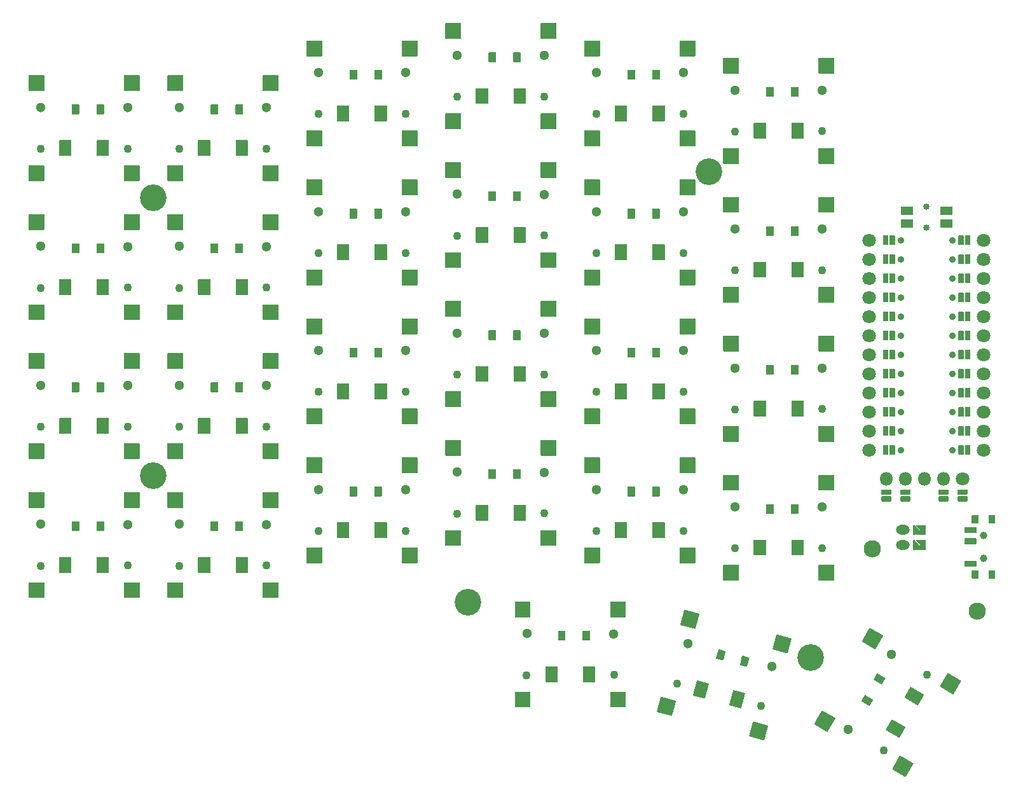
<source format=gts>
G04 #@! TF.GenerationSoftware,KiCad,Pcbnew,8.0.8+1*
G04 #@! TF.CreationDate,2025-03-02T13:35:21+00:00*
G04 #@! TF.ProjectId,zeph_wireless_autorouted,7a657068-5f77-4697-9265-6c6573735f61,0.2*
G04 #@! TF.SameCoordinates,Original*
G04 #@! TF.FileFunction,Soldermask,Top*
G04 #@! TF.FilePolarity,Negative*
%FSLAX46Y46*%
G04 Gerber Fmt 4.6, Leading zero omitted, Abs format (unit mm)*
G04 Created by KiCad (PCBNEW 8.0.8+1) date 2025-03-02 13:35:21*
%MOMM*%
%LPD*%
G01*
G04 APERTURE LIST*
%ADD10C,1.100000*%
%ADD11C,1.300000*%
%ADD12O,1.800000X1.800000*%
%ADD13C,1.800000*%
%ADD14C,3.550000*%
%ADD15C,0.850000*%
%ADD16C,1.000000*%
%ADD17C,0.900000*%
%ADD18O,1.850000X1.300000*%
%ADD19C,2.300000*%
G04 APERTURE END LIST*
G36*
G01*
X190850000Y-95787500D02*
X190850000Y-94587500D01*
G75*
G02*
X190900000Y-94537500I50000J0D01*
G01*
X191800000Y-94537500D01*
G75*
G02*
X191850000Y-94587500I0J-50000D01*
G01*
X191850000Y-95787500D01*
G75*
G02*
X191800000Y-95837500I-50000J0D01*
G01*
X190900000Y-95837500D01*
G75*
G02*
X190850000Y-95787500I0J50000D01*
G01*
G37*
G36*
G01*
X194150000Y-95787500D02*
X194150000Y-94587500D01*
G75*
G02*
X194200000Y-94537500I50000J0D01*
G01*
X195100000Y-94537500D01*
G75*
G02*
X195150000Y-94587500I0J-50000D01*
G01*
X195150000Y-95787500D01*
G75*
G02*
X195100000Y-95837500I-50000J0D01*
G01*
X194200000Y-95837500D01*
G75*
G02*
X194150000Y-95787500I0J50000D01*
G01*
G37*
D10*
X168200000Y-61125000D03*
D11*
X168219000Y-55602000D03*
X179800000Y-55625000D03*
D10*
X179819000Y-61102000D03*
G36*
G01*
X170675000Y-62025000D02*
X170675000Y-60025000D01*
G75*
G02*
X170725000Y-59975000I50000J0D01*
G01*
X172275000Y-59975000D01*
G75*
G02*
X172325000Y-60025000I0J-50000D01*
G01*
X172325000Y-62025000D01*
G75*
G02*
X172275000Y-62075000I-50000J0D01*
G01*
X170725000Y-62075000D01*
G75*
G02*
X170675000Y-62025000I0J50000D01*
G01*
G37*
G36*
G01*
X175675000Y-62025000D02*
X175675000Y-60025000D01*
G75*
G02*
X175725000Y-59975000I50000J0D01*
G01*
X177275000Y-59975000D01*
G75*
G02*
X177325000Y-60025000I0J-50000D01*
G01*
X177325000Y-62025000D01*
G75*
G02*
X177275000Y-62075000I-50000J0D01*
G01*
X175725000Y-62075000D01*
G75*
G02*
X175675000Y-62025000I0J50000D01*
G01*
G37*
G36*
G01*
X166600000Y-53375000D02*
X166600000Y-51375000D01*
G75*
G02*
X166650000Y-51325000I50000J0D01*
G01*
X168650000Y-51325000D01*
G75*
G02*
X168700000Y-51375000I0J-50000D01*
G01*
X168700000Y-53375000D01*
G75*
G02*
X168650000Y-53425000I-50000J0D01*
G01*
X166650000Y-53425000D01*
G75*
G02*
X166600000Y-53375000I0J50000D01*
G01*
G37*
G36*
G01*
X166600000Y-65375000D02*
X166600000Y-63375000D01*
G75*
G02*
X166650000Y-63325000I50000J0D01*
G01*
X168650000Y-63325000D01*
G75*
G02*
X168700000Y-63375000I0J-50000D01*
G01*
X168700000Y-65375000D01*
G75*
G02*
X168650000Y-65425000I-50000J0D01*
G01*
X166650000Y-65425000D01*
G75*
G02*
X166600000Y-65375000I0J50000D01*
G01*
G37*
G36*
G01*
X179300000Y-53375000D02*
X179300000Y-51375000D01*
G75*
G02*
X179350000Y-51325000I50000J0D01*
G01*
X181350000Y-51325000D01*
G75*
G02*
X181400000Y-51375000I0J-50000D01*
G01*
X181400000Y-53375000D01*
G75*
G02*
X181350000Y-53425000I-50000J0D01*
G01*
X179350000Y-53425000D01*
G75*
G02*
X179300000Y-53375000I0J50000D01*
G01*
G37*
G36*
G01*
X179300000Y-65375000D02*
X179300000Y-63375000D01*
G75*
G02*
X179350000Y-63325000I50000J0D01*
G01*
X181350000Y-63325000D01*
G75*
G02*
X181400000Y-63375000I0J-50000D01*
G01*
X181400000Y-65375000D01*
G75*
G02*
X181350000Y-65425000I-50000J0D01*
G01*
X179350000Y-65425000D01*
G75*
G02*
X179300000Y-65375000I0J50000D01*
G01*
G37*
G36*
G01*
X172350000Y-74975000D02*
X172350000Y-73775000D01*
G75*
G02*
X172400000Y-73725000I50000J0D01*
G01*
X173300000Y-73725000D01*
G75*
G02*
X173350000Y-73775000I0J-50000D01*
G01*
X173350000Y-74975000D01*
G75*
G02*
X173300000Y-75025000I-50000J0D01*
G01*
X172400000Y-75025000D01*
G75*
G02*
X172350000Y-74975000I0J50000D01*
G01*
G37*
G36*
G01*
X175650000Y-74975000D02*
X175650000Y-73775000D01*
G75*
G02*
X175700000Y-73725000I50000J0D01*
G01*
X176600000Y-73725000D01*
G75*
G02*
X176650000Y-73775000I0J-50000D01*
G01*
X176650000Y-74975000D01*
G75*
G02*
X176600000Y-75025000I-50000J0D01*
G01*
X175700000Y-75025000D01*
G75*
G02*
X175650000Y-74975000I0J50000D01*
G01*
G37*
X186700000Y-81937500D03*
D11*
X186719000Y-76414500D03*
X198300000Y-76437500D03*
D10*
X198319000Y-81914500D03*
G36*
G01*
X189175000Y-82837500D02*
X189175000Y-80837500D01*
G75*
G02*
X189225000Y-80787500I50000J0D01*
G01*
X190775000Y-80787500D01*
G75*
G02*
X190825000Y-80837500I0J-50000D01*
G01*
X190825000Y-82837500D01*
G75*
G02*
X190775000Y-82887500I-50000J0D01*
G01*
X189225000Y-82887500D01*
G75*
G02*
X189175000Y-82837500I0J50000D01*
G01*
G37*
G36*
G01*
X194175000Y-82837500D02*
X194175000Y-80837500D01*
G75*
G02*
X194225000Y-80787500I50000J0D01*
G01*
X195775000Y-80787500D01*
G75*
G02*
X195825000Y-80837500I0J-50000D01*
G01*
X195825000Y-82837500D01*
G75*
G02*
X195775000Y-82887500I-50000J0D01*
G01*
X194225000Y-82887500D01*
G75*
G02*
X194175000Y-82837500I0J50000D01*
G01*
G37*
G36*
G01*
X185100000Y-74187500D02*
X185100000Y-72187500D01*
G75*
G02*
X185150000Y-72137500I50000J0D01*
G01*
X187150000Y-72137500D01*
G75*
G02*
X187200000Y-72187500I0J-50000D01*
G01*
X187200000Y-74187500D01*
G75*
G02*
X187150000Y-74237500I-50000J0D01*
G01*
X185150000Y-74237500D01*
G75*
G02*
X185100000Y-74187500I0J50000D01*
G01*
G37*
G36*
G01*
X185100000Y-86187500D02*
X185100000Y-84187500D01*
G75*
G02*
X185150000Y-84137500I50000J0D01*
G01*
X187150000Y-84137500D01*
G75*
G02*
X187200000Y-84187500I0J-50000D01*
G01*
X187200000Y-86187500D01*
G75*
G02*
X187150000Y-86237500I-50000J0D01*
G01*
X185150000Y-86237500D01*
G75*
G02*
X185100000Y-86187500I0J50000D01*
G01*
G37*
G36*
G01*
X197800000Y-74187500D02*
X197800000Y-72187500D01*
G75*
G02*
X197850000Y-72137500I50000J0D01*
G01*
X199850000Y-72137500D01*
G75*
G02*
X199900000Y-72187500I0J-50000D01*
G01*
X199900000Y-74187500D01*
G75*
G02*
X199850000Y-74237500I-50000J0D01*
G01*
X197850000Y-74237500D01*
G75*
G02*
X197800000Y-74187500I0J50000D01*
G01*
G37*
G36*
G01*
X197800000Y-86187500D02*
X197800000Y-84187500D01*
G75*
G02*
X197850000Y-84137500I50000J0D01*
G01*
X199850000Y-84137500D01*
G75*
G02*
X199900000Y-84187500I0J-50000D01*
G01*
X199900000Y-86187500D01*
G75*
G02*
X199850000Y-86237500I-50000J0D01*
G01*
X197850000Y-86237500D01*
G75*
G02*
X197800000Y-86187500I0J50000D01*
G01*
G37*
X131200000Y-98125000D03*
D11*
X131219000Y-92602000D03*
X142800000Y-92625000D03*
D10*
X142819000Y-98102000D03*
G36*
G01*
X133675000Y-99025000D02*
X133675000Y-97025000D01*
G75*
G02*
X133725000Y-96975000I50000J0D01*
G01*
X135275000Y-96975000D01*
G75*
G02*
X135325000Y-97025000I0J-50000D01*
G01*
X135325000Y-99025000D01*
G75*
G02*
X135275000Y-99075000I-50000J0D01*
G01*
X133725000Y-99075000D01*
G75*
G02*
X133675000Y-99025000I0J50000D01*
G01*
G37*
G36*
G01*
X138675000Y-99025000D02*
X138675000Y-97025000D01*
G75*
G02*
X138725000Y-96975000I50000J0D01*
G01*
X140275000Y-96975000D01*
G75*
G02*
X140325000Y-97025000I0J-50000D01*
G01*
X140325000Y-99025000D01*
G75*
G02*
X140275000Y-99075000I-50000J0D01*
G01*
X138725000Y-99075000D01*
G75*
G02*
X138675000Y-99025000I0J50000D01*
G01*
G37*
G36*
G01*
X129600000Y-90375000D02*
X129600000Y-88375000D01*
G75*
G02*
X129650000Y-88325000I50000J0D01*
G01*
X131650000Y-88325000D01*
G75*
G02*
X131700000Y-88375000I0J-50000D01*
G01*
X131700000Y-90375000D01*
G75*
G02*
X131650000Y-90425000I-50000J0D01*
G01*
X129650000Y-90425000D01*
G75*
G02*
X129600000Y-90375000I0J50000D01*
G01*
G37*
G36*
G01*
X129600000Y-102375000D02*
X129600000Y-100375000D01*
G75*
G02*
X129650000Y-100325000I50000J0D01*
G01*
X131650000Y-100325000D01*
G75*
G02*
X131700000Y-100375000I0J-50000D01*
G01*
X131700000Y-102375000D01*
G75*
G02*
X131650000Y-102425000I-50000J0D01*
G01*
X129650000Y-102425000D01*
G75*
G02*
X129600000Y-102375000I0J50000D01*
G01*
G37*
G36*
G01*
X142300000Y-90375000D02*
X142300000Y-88375000D01*
G75*
G02*
X142350000Y-88325000I50000J0D01*
G01*
X144350000Y-88325000D01*
G75*
G02*
X144400000Y-88375000I0J-50000D01*
G01*
X144400000Y-90375000D01*
G75*
G02*
X144350000Y-90425000I-50000J0D01*
G01*
X142350000Y-90425000D01*
G75*
G02*
X142300000Y-90375000I0J50000D01*
G01*
G37*
G36*
G01*
X142300000Y-102375000D02*
X142300000Y-100375000D01*
G75*
G02*
X142350000Y-100325000I50000J0D01*
G01*
X144350000Y-100325000D01*
G75*
G02*
X144400000Y-100375000I0J-50000D01*
G01*
X144400000Y-102375000D01*
G75*
G02*
X144350000Y-102425000I-50000J0D01*
G01*
X142350000Y-102425000D01*
G75*
G02*
X142300000Y-102375000I0J50000D01*
G01*
G37*
X168200000Y-42625000D03*
D11*
X168219000Y-37102000D03*
X179800000Y-37125000D03*
D10*
X179819000Y-42602000D03*
G36*
G01*
X170675000Y-43525000D02*
X170675000Y-41525000D01*
G75*
G02*
X170725000Y-41475000I50000J0D01*
G01*
X172275000Y-41475000D01*
G75*
G02*
X172325000Y-41525000I0J-50000D01*
G01*
X172325000Y-43525000D01*
G75*
G02*
X172275000Y-43575000I-50000J0D01*
G01*
X170725000Y-43575000D01*
G75*
G02*
X170675000Y-43525000I0J50000D01*
G01*
G37*
G36*
G01*
X175675000Y-43525000D02*
X175675000Y-41525000D01*
G75*
G02*
X175725000Y-41475000I50000J0D01*
G01*
X177275000Y-41475000D01*
G75*
G02*
X177325000Y-41525000I0J-50000D01*
G01*
X177325000Y-43525000D01*
G75*
G02*
X177275000Y-43575000I-50000J0D01*
G01*
X175725000Y-43575000D01*
G75*
G02*
X175675000Y-43525000I0J50000D01*
G01*
G37*
G36*
G01*
X166600000Y-34875000D02*
X166600000Y-32875000D01*
G75*
G02*
X166650000Y-32825000I50000J0D01*
G01*
X168650000Y-32825000D01*
G75*
G02*
X168700000Y-32875000I0J-50000D01*
G01*
X168700000Y-34875000D01*
G75*
G02*
X168650000Y-34925000I-50000J0D01*
G01*
X166650000Y-34925000D01*
G75*
G02*
X166600000Y-34875000I0J50000D01*
G01*
G37*
G36*
G01*
X166600000Y-46875000D02*
X166600000Y-44875000D01*
G75*
G02*
X166650000Y-44825000I50000J0D01*
G01*
X168650000Y-44825000D01*
G75*
G02*
X168700000Y-44875000I0J-50000D01*
G01*
X168700000Y-46875000D01*
G75*
G02*
X168650000Y-46925000I-50000J0D01*
G01*
X166650000Y-46925000D01*
G75*
G02*
X166600000Y-46875000I0J50000D01*
G01*
G37*
G36*
G01*
X179300000Y-34875000D02*
X179300000Y-32875000D01*
G75*
G02*
X179350000Y-32825000I50000J0D01*
G01*
X181350000Y-32825000D01*
G75*
G02*
X181400000Y-32875000I0J-50000D01*
G01*
X181400000Y-34875000D01*
G75*
G02*
X181350000Y-34925000I-50000J0D01*
G01*
X179350000Y-34925000D01*
G75*
G02*
X179300000Y-34875000I0J50000D01*
G01*
G37*
G36*
G01*
X179300000Y-46875000D02*
X179300000Y-44875000D01*
G75*
G02*
X179350000Y-44825000I50000J0D01*
G01*
X181350000Y-44825000D01*
G75*
G02*
X181400000Y-44875000I0J-50000D01*
G01*
X181400000Y-46875000D01*
G75*
G02*
X181350000Y-46925000I-50000J0D01*
G01*
X179350000Y-46925000D01*
G75*
G02*
X179300000Y-46875000I0J50000D01*
G01*
G37*
G36*
G01*
X172350000Y-93475000D02*
X172350000Y-92275000D01*
G75*
G02*
X172400000Y-92225000I50000J0D01*
G01*
X173300000Y-92225000D01*
G75*
G02*
X173350000Y-92275000I0J-50000D01*
G01*
X173350000Y-93475000D01*
G75*
G02*
X173300000Y-93525000I-50000J0D01*
G01*
X172400000Y-93525000D01*
G75*
G02*
X172350000Y-93475000I0J50000D01*
G01*
G37*
G36*
G01*
X175650000Y-93475000D02*
X175650000Y-92275000D01*
G75*
G02*
X175700000Y-92225000I50000J0D01*
G01*
X176600000Y-92225000D01*
G75*
G02*
X176650000Y-92275000I0J-50000D01*
G01*
X176650000Y-93475000D01*
G75*
G02*
X176600000Y-93525000I-50000J0D01*
G01*
X175700000Y-93525000D01*
G75*
G02*
X175650000Y-93475000I0J50000D01*
G01*
G37*
D12*
X206817000Y-91200000D03*
X209357000Y-91200000D03*
X211897000Y-91200000D03*
X214437000Y-91200000D03*
D13*
X216977000Y-91200000D03*
G36*
G01*
X207417000Y-94200000D02*
X206217000Y-94200000D01*
G75*
G02*
X206167000Y-94150000I0J50000D01*
G01*
X206167000Y-93550000D01*
G75*
G02*
X206217000Y-93500000I50000J0D01*
G01*
X207417000Y-93500000D01*
G75*
G02*
X207467000Y-93550000I0J-50000D01*
G01*
X207467000Y-94150000D01*
G75*
G02*
X207417000Y-94200000I-50000J0D01*
G01*
G37*
G36*
G01*
X209957000Y-94200000D02*
X208757000Y-94200000D01*
G75*
G02*
X208707000Y-94150000I0J50000D01*
G01*
X208707000Y-93550000D01*
G75*
G02*
X208757000Y-93500000I50000J0D01*
G01*
X209957000Y-93500000D01*
G75*
G02*
X210007000Y-93550000I0J-50000D01*
G01*
X210007000Y-94150000D01*
G75*
G02*
X209957000Y-94200000I-50000J0D01*
G01*
G37*
G36*
G01*
X215037000Y-94200000D02*
X213837000Y-94200000D01*
G75*
G02*
X213787000Y-94150000I0J50000D01*
G01*
X213787000Y-93550000D01*
G75*
G02*
X213837000Y-93500000I50000J0D01*
G01*
X215037000Y-93500000D01*
G75*
G02*
X215087000Y-93550000I0J-50000D01*
G01*
X215087000Y-94150000D01*
G75*
G02*
X215037000Y-94200000I-50000J0D01*
G01*
G37*
G36*
G01*
X217577000Y-94200000D02*
X216377000Y-94200000D01*
G75*
G02*
X216327000Y-94150000I0J50000D01*
G01*
X216327000Y-93550000D01*
G75*
G02*
X216377000Y-93500000I50000J0D01*
G01*
X217577000Y-93500000D01*
G75*
G02*
X217627000Y-93550000I0J-50000D01*
G01*
X217627000Y-94150000D01*
G75*
G02*
X217577000Y-94200000I-50000J0D01*
G01*
G37*
G36*
G01*
X207417000Y-93300000D02*
X206217000Y-93300000D01*
G75*
G02*
X206167000Y-93250000I0J50000D01*
G01*
X206167000Y-92650000D01*
G75*
G02*
X206217000Y-92600000I50000J0D01*
G01*
X207417000Y-92600000D01*
G75*
G02*
X207467000Y-92650000I0J-50000D01*
G01*
X207467000Y-93250000D01*
G75*
G02*
X207417000Y-93300000I-50000J0D01*
G01*
G37*
G36*
G01*
X209957000Y-93300000D02*
X208757000Y-93300000D01*
G75*
G02*
X208707000Y-93250000I0J50000D01*
G01*
X208707000Y-92650000D01*
G75*
G02*
X208757000Y-92600000I50000J0D01*
G01*
X209957000Y-92600000D01*
G75*
G02*
X210007000Y-92650000I0J-50000D01*
G01*
X210007000Y-93250000D01*
G75*
G02*
X209957000Y-93300000I-50000J0D01*
G01*
G37*
G36*
G01*
X215037000Y-93300000D02*
X213837000Y-93300000D01*
G75*
G02*
X213787000Y-93250000I0J50000D01*
G01*
X213787000Y-92650000D01*
G75*
G02*
X213837000Y-92600000I50000J0D01*
G01*
X215037000Y-92600000D01*
G75*
G02*
X215087000Y-92650000I0J-50000D01*
G01*
X215087000Y-93250000D01*
G75*
G02*
X215037000Y-93300000I-50000J0D01*
G01*
G37*
G36*
G01*
X217577000Y-93300000D02*
X216377000Y-93300000D01*
G75*
G02*
X216327000Y-93250000I0J50000D01*
G01*
X216327000Y-92650000D01*
G75*
G02*
X216377000Y-92600000I50000J0D01*
G01*
X217577000Y-92600000D01*
G75*
G02*
X217627000Y-92650000I0J-50000D01*
G01*
X217627000Y-93250000D01*
G75*
G02*
X217577000Y-93300000I-50000J0D01*
G01*
G37*
G36*
G01*
X153850000Y-35662500D02*
X153850000Y-34462500D01*
G75*
G02*
X153900000Y-34412500I50000J0D01*
G01*
X154800000Y-34412500D01*
G75*
G02*
X154850000Y-34462500I0J-50000D01*
G01*
X154850000Y-35662500D01*
G75*
G02*
X154800000Y-35712500I-50000J0D01*
G01*
X153900000Y-35712500D01*
G75*
G02*
X153850000Y-35662500I0J50000D01*
G01*
G37*
G36*
G01*
X157150000Y-35662500D02*
X157150000Y-34462500D01*
G75*
G02*
X157200000Y-34412500I50000J0D01*
G01*
X158100000Y-34412500D01*
G75*
G02*
X158150000Y-34462500I0J-50000D01*
G01*
X158150000Y-35662500D01*
G75*
G02*
X158100000Y-35712500I-50000J0D01*
G01*
X157200000Y-35712500D01*
G75*
G02*
X157150000Y-35662500I0J50000D01*
G01*
G37*
G36*
G01*
X98350000Y-42600000D02*
X98350000Y-41400000D01*
G75*
G02*
X98400000Y-41350000I50000J0D01*
G01*
X99300000Y-41350000D01*
G75*
G02*
X99350000Y-41400000I0J-50000D01*
G01*
X99350000Y-42600000D01*
G75*
G02*
X99300000Y-42650000I-50000J0D01*
G01*
X98400000Y-42650000D01*
G75*
G02*
X98350000Y-42600000I0J50000D01*
G01*
G37*
G36*
G01*
X101650000Y-42600000D02*
X101650000Y-41400000D01*
G75*
G02*
X101700000Y-41350000I50000J0D01*
G01*
X102600000Y-41350000D01*
G75*
G02*
X102650000Y-41400000I0J-50000D01*
G01*
X102650000Y-42600000D01*
G75*
G02*
X102600000Y-42650000I-50000J0D01*
G01*
X101700000Y-42650000D01*
G75*
G02*
X101650000Y-42600000I0J50000D01*
G01*
G37*
G36*
G01*
X190850000Y-58787500D02*
X190850000Y-57587500D01*
G75*
G02*
X190900000Y-57537500I50000J0D01*
G01*
X191800000Y-57537500D01*
G75*
G02*
X191850000Y-57587500I0J-50000D01*
G01*
X191850000Y-58787500D01*
G75*
G02*
X191800000Y-58837500I-50000J0D01*
G01*
X190900000Y-58837500D01*
G75*
G02*
X190850000Y-58787500I0J50000D01*
G01*
G37*
G36*
G01*
X194150000Y-58787500D02*
X194150000Y-57587500D01*
G75*
G02*
X194200000Y-57537500I50000J0D01*
G01*
X195100000Y-57537500D01*
G75*
G02*
X195150000Y-57587500I0J-50000D01*
G01*
X195150000Y-58787500D01*
G75*
G02*
X195100000Y-58837500I-50000J0D01*
G01*
X194200000Y-58837500D01*
G75*
G02*
X194150000Y-58787500I0J50000D01*
G01*
G37*
G36*
G01*
X172350000Y-37975000D02*
X172350000Y-36775000D01*
G75*
G02*
X172400000Y-36725000I50000J0D01*
G01*
X173300000Y-36725000D01*
G75*
G02*
X173350000Y-36775000I0J-50000D01*
G01*
X173350000Y-37975000D01*
G75*
G02*
X173300000Y-38025000I-50000J0D01*
G01*
X172400000Y-38025000D01*
G75*
G02*
X172350000Y-37975000I0J50000D01*
G01*
G37*
G36*
G01*
X175650000Y-37975000D02*
X175650000Y-36775000D01*
G75*
G02*
X175700000Y-36725000I50000J0D01*
G01*
X176600000Y-36725000D01*
G75*
G02*
X176650000Y-36775000I0J-50000D01*
G01*
X176650000Y-37975000D01*
G75*
G02*
X176600000Y-38025000I-50000J0D01*
G01*
X175700000Y-38025000D01*
G75*
G02*
X175650000Y-37975000I0J50000D01*
G01*
G37*
D14*
X183218000Y-50298500D03*
X196724600Y-115006700D03*
G36*
G01*
X135350000Y-56475000D02*
X135350000Y-55275000D01*
G75*
G02*
X135400000Y-55225000I50000J0D01*
G01*
X136300000Y-55225000D01*
G75*
G02*
X136350000Y-55275000I0J-50000D01*
G01*
X136350000Y-56475000D01*
G75*
G02*
X136300000Y-56525000I-50000J0D01*
G01*
X135400000Y-56525000D01*
G75*
G02*
X135350000Y-56475000I0J50000D01*
G01*
G37*
G36*
G01*
X138650000Y-56475000D02*
X138650000Y-55275000D01*
G75*
G02*
X138700000Y-55225000I50000J0D01*
G01*
X139600000Y-55225000D01*
G75*
G02*
X139650000Y-55275000I0J-50000D01*
G01*
X139650000Y-56475000D01*
G75*
G02*
X139600000Y-56525000I-50000J0D01*
G01*
X138700000Y-56525000D01*
G75*
G02*
X138650000Y-56475000I0J50000D01*
G01*
G37*
D10*
X131200000Y-79625000D03*
D11*
X131219000Y-74102000D03*
X142800000Y-74125000D03*
D10*
X142819000Y-79602000D03*
G36*
G01*
X133675000Y-80525000D02*
X133675000Y-78525000D01*
G75*
G02*
X133725000Y-78475000I50000J0D01*
G01*
X135275000Y-78475000D01*
G75*
G02*
X135325000Y-78525000I0J-50000D01*
G01*
X135325000Y-80525000D01*
G75*
G02*
X135275000Y-80575000I-50000J0D01*
G01*
X133725000Y-80575000D01*
G75*
G02*
X133675000Y-80525000I0J50000D01*
G01*
G37*
G36*
G01*
X138675000Y-80525000D02*
X138675000Y-78525000D01*
G75*
G02*
X138725000Y-78475000I50000J0D01*
G01*
X140275000Y-78475000D01*
G75*
G02*
X140325000Y-78525000I0J-50000D01*
G01*
X140325000Y-80525000D01*
G75*
G02*
X140275000Y-80575000I-50000J0D01*
G01*
X138725000Y-80575000D01*
G75*
G02*
X138675000Y-80525000I0J50000D01*
G01*
G37*
G36*
G01*
X129600000Y-71875000D02*
X129600000Y-69875000D01*
G75*
G02*
X129650000Y-69825000I50000J0D01*
G01*
X131650000Y-69825000D01*
G75*
G02*
X131700000Y-69875000I0J-50000D01*
G01*
X131700000Y-71875000D01*
G75*
G02*
X131650000Y-71925000I-50000J0D01*
G01*
X129650000Y-71925000D01*
G75*
G02*
X129600000Y-71875000I0J50000D01*
G01*
G37*
G36*
G01*
X129600000Y-83875000D02*
X129600000Y-81875000D01*
G75*
G02*
X129650000Y-81825000I50000J0D01*
G01*
X131650000Y-81825000D01*
G75*
G02*
X131700000Y-81875000I0J-50000D01*
G01*
X131700000Y-83875000D01*
G75*
G02*
X131650000Y-83925000I-50000J0D01*
G01*
X129650000Y-83925000D01*
G75*
G02*
X129600000Y-83875000I0J50000D01*
G01*
G37*
G36*
G01*
X142300000Y-71875000D02*
X142300000Y-69875000D01*
G75*
G02*
X142350000Y-69825000I50000J0D01*
G01*
X144350000Y-69825000D01*
G75*
G02*
X144400000Y-69875000I0J-50000D01*
G01*
X144400000Y-71875000D01*
G75*
G02*
X144350000Y-71925000I-50000J0D01*
G01*
X142350000Y-71925000D01*
G75*
G02*
X142300000Y-71875000I0J50000D01*
G01*
G37*
G36*
G01*
X142300000Y-83875000D02*
X142300000Y-81875000D01*
G75*
G02*
X142350000Y-81825000I50000J0D01*
G01*
X144350000Y-81825000D01*
G75*
G02*
X144400000Y-81875000I0J-50000D01*
G01*
X144400000Y-83875000D01*
G75*
G02*
X144350000Y-83925000I-50000J0D01*
G01*
X142350000Y-83925000D01*
G75*
G02*
X142300000Y-83875000I0J50000D01*
G01*
G37*
G36*
G01*
X135350000Y-93475000D02*
X135350000Y-92275000D01*
G75*
G02*
X135400000Y-92225000I50000J0D01*
G01*
X136300000Y-92225000D01*
G75*
G02*
X136350000Y-92275000I0J-50000D01*
G01*
X136350000Y-93475000D01*
G75*
G02*
X136300000Y-93525000I-50000J0D01*
G01*
X135400000Y-93525000D01*
G75*
G02*
X135350000Y-93475000I0J50000D01*
G01*
G37*
G36*
G01*
X138650000Y-93475000D02*
X138650000Y-92275000D01*
G75*
G02*
X138700000Y-92225000I50000J0D01*
G01*
X139600000Y-92225000D01*
G75*
G02*
X139650000Y-92275000I0J-50000D01*
G01*
X139650000Y-93475000D01*
G75*
G02*
X139600000Y-93525000I-50000J0D01*
G01*
X138700000Y-93525000D01*
G75*
G02*
X138650000Y-93475000I0J50000D01*
G01*
G37*
D15*
X212204000Y-54972500D03*
X212204000Y-57722500D03*
G36*
G01*
X215654000Y-54997500D02*
X215654000Y-55997500D01*
G75*
G02*
X215604000Y-56047500I-50000J0D01*
G01*
X214054000Y-56047500D01*
G75*
G02*
X214004000Y-55997500I0J50000D01*
G01*
X214004000Y-54997500D01*
G75*
G02*
X214054000Y-54947500I50000J0D01*
G01*
X215604000Y-54947500D01*
G75*
G02*
X215654000Y-54997500I0J-50000D01*
G01*
G37*
G36*
G01*
X215654000Y-56697500D02*
X215654000Y-57697500D01*
G75*
G02*
X215604000Y-57747500I-50000J0D01*
G01*
X214054000Y-57747500D01*
G75*
G02*
X214004000Y-57697500I0J50000D01*
G01*
X214004000Y-56697500D01*
G75*
G02*
X214054000Y-56647500I50000J0D01*
G01*
X215604000Y-56647500D01*
G75*
G02*
X215654000Y-56697500I0J-50000D01*
G01*
G37*
G36*
G01*
X210404000Y-54997500D02*
X210404000Y-55997500D01*
G75*
G02*
X210354000Y-56047500I-50000J0D01*
G01*
X208804000Y-56047500D01*
G75*
G02*
X208754000Y-55997500I0J50000D01*
G01*
X208754000Y-54997500D01*
G75*
G02*
X208804000Y-54947500I50000J0D01*
G01*
X210354000Y-54947500D01*
G75*
G02*
X210404000Y-54997500I0J-50000D01*
G01*
G37*
G36*
G01*
X210404000Y-56697500D02*
X210404000Y-57697500D01*
G75*
G02*
X210354000Y-57747500I-50000J0D01*
G01*
X208804000Y-57747500D01*
G75*
G02*
X208754000Y-57697500I0J50000D01*
G01*
X208754000Y-56697500D01*
G75*
G02*
X208804000Y-56647500I50000J0D01*
G01*
X210354000Y-56647500D01*
G75*
G02*
X210404000Y-56697500I0J-50000D01*
G01*
G37*
G36*
G01*
X190850000Y-77287500D02*
X190850000Y-76087500D01*
G75*
G02*
X190900000Y-76037500I50000J0D01*
G01*
X191800000Y-76037500D01*
G75*
G02*
X191850000Y-76087500I0J-50000D01*
G01*
X191850000Y-77287500D01*
G75*
G02*
X191800000Y-77337500I-50000J0D01*
G01*
X190900000Y-77337500D01*
G75*
G02*
X190850000Y-77287500I0J50000D01*
G01*
G37*
G36*
G01*
X194150000Y-77287500D02*
X194150000Y-76087500D01*
G75*
G02*
X194200000Y-76037500I50000J0D01*
G01*
X195100000Y-76037500D01*
G75*
G02*
X195150000Y-76087500I0J-50000D01*
G01*
X195150000Y-77287500D01*
G75*
G02*
X195100000Y-77337500I-50000J0D01*
G01*
X194200000Y-77337500D01*
G75*
G02*
X194150000Y-77287500I0J50000D01*
G01*
G37*
G36*
G01*
X219065000Y-97150000D02*
X218265000Y-97150000D01*
G75*
G02*
X218215000Y-97100000I0J50000D01*
G01*
X218215000Y-96100000D01*
G75*
G02*
X218265000Y-96050000I50000J0D01*
G01*
X219065000Y-96050000D01*
G75*
G02*
X219115000Y-96100000I0J-50000D01*
G01*
X219115000Y-97100000D01*
G75*
G02*
X219065000Y-97150000I-50000J0D01*
G01*
G37*
G36*
G01*
X219065000Y-104450000D02*
X218265000Y-104450000D01*
G75*
G02*
X218215000Y-104400000I0J50000D01*
G01*
X218215000Y-103400000D01*
G75*
G02*
X218265000Y-103350000I50000J0D01*
G01*
X219065000Y-103350000D01*
G75*
G02*
X219115000Y-103400000I0J-50000D01*
G01*
X219115000Y-104400000D01*
G75*
G02*
X219065000Y-104450000I-50000J0D01*
G01*
G37*
D16*
X219775000Y-98750000D03*
X219775000Y-101750000D03*
G36*
G01*
X221275000Y-97150000D02*
X220475000Y-97150000D01*
G75*
G02*
X220425000Y-97100000I0J50000D01*
G01*
X220425000Y-96100000D01*
G75*
G02*
X220475000Y-96050000I50000J0D01*
G01*
X221275000Y-96050000D01*
G75*
G02*
X221325000Y-96100000I0J-50000D01*
G01*
X221325000Y-97100000D01*
G75*
G02*
X221275000Y-97150000I-50000J0D01*
G01*
G37*
G36*
G01*
X221275000Y-104450000D02*
X220475000Y-104450000D01*
G75*
G02*
X220425000Y-104400000I0J50000D01*
G01*
X220425000Y-103400000D01*
G75*
G02*
X220475000Y-103350000I50000J0D01*
G01*
X221275000Y-103350000D01*
G75*
G02*
X221325000Y-103400000I0J-50000D01*
G01*
X221325000Y-104400000D01*
G75*
G02*
X221275000Y-104450000I-50000J0D01*
G01*
G37*
G36*
G01*
X218765000Y-102900000D02*
X217265000Y-102900000D01*
G75*
G02*
X217215000Y-102850000I0J50000D01*
G01*
X217215000Y-102150000D01*
G75*
G02*
X217265000Y-102100000I50000J0D01*
G01*
X218765000Y-102100000D01*
G75*
G02*
X218815000Y-102150000I0J-50000D01*
G01*
X218815000Y-102850000D01*
G75*
G02*
X218765000Y-102900000I-50000J0D01*
G01*
G37*
G36*
G01*
X218765000Y-99900000D02*
X217265000Y-99900000D01*
G75*
G02*
X217215000Y-99850000I0J50000D01*
G01*
X217215000Y-99150000D01*
G75*
G02*
X217265000Y-99100000I50000J0D01*
G01*
X218765000Y-99100000D01*
G75*
G02*
X218815000Y-99150000I0J-50000D01*
G01*
X218815000Y-99850000D01*
G75*
G02*
X218765000Y-99900000I-50000J0D01*
G01*
G37*
G36*
G01*
X218765000Y-98400000D02*
X217265000Y-98400000D01*
G75*
G02*
X217215000Y-98350000I0J50000D01*
G01*
X217215000Y-97650000D01*
G75*
G02*
X217265000Y-97600000I50000J0D01*
G01*
X218765000Y-97600000D01*
G75*
G02*
X218815000Y-97650000I0J-50000D01*
G01*
X218815000Y-98350000D01*
G75*
G02*
X218765000Y-98400000I-50000J0D01*
G01*
G37*
D10*
X168200000Y-98125000D03*
D11*
X168219000Y-92602000D03*
X179800000Y-92625000D03*
D10*
X179819000Y-98102000D03*
G36*
G01*
X170675000Y-99025000D02*
X170675000Y-97025000D01*
G75*
G02*
X170725000Y-96975000I50000J0D01*
G01*
X172275000Y-96975000D01*
G75*
G02*
X172325000Y-97025000I0J-50000D01*
G01*
X172325000Y-99025000D01*
G75*
G02*
X172275000Y-99075000I-50000J0D01*
G01*
X170725000Y-99075000D01*
G75*
G02*
X170675000Y-99025000I0J50000D01*
G01*
G37*
G36*
G01*
X175675000Y-99025000D02*
X175675000Y-97025000D01*
G75*
G02*
X175725000Y-96975000I50000J0D01*
G01*
X177275000Y-96975000D01*
G75*
G02*
X177325000Y-97025000I0J-50000D01*
G01*
X177325000Y-99025000D01*
G75*
G02*
X177275000Y-99075000I-50000J0D01*
G01*
X175725000Y-99075000D01*
G75*
G02*
X175675000Y-99025000I0J50000D01*
G01*
G37*
G36*
G01*
X166600000Y-90375000D02*
X166600000Y-88375000D01*
G75*
G02*
X166650000Y-88325000I50000J0D01*
G01*
X168650000Y-88325000D01*
G75*
G02*
X168700000Y-88375000I0J-50000D01*
G01*
X168700000Y-90375000D01*
G75*
G02*
X168650000Y-90425000I-50000J0D01*
G01*
X166650000Y-90425000D01*
G75*
G02*
X166600000Y-90375000I0J50000D01*
G01*
G37*
G36*
G01*
X166600000Y-102375000D02*
X166600000Y-100375000D01*
G75*
G02*
X166650000Y-100325000I50000J0D01*
G01*
X168650000Y-100325000D01*
G75*
G02*
X168700000Y-100375000I0J-50000D01*
G01*
X168700000Y-102375000D01*
G75*
G02*
X168650000Y-102425000I-50000J0D01*
G01*
X166650000Y-102425000D01*
G75*
G02*
X166600000Y-102375000I0J50000D01*
G01*
G37*
G36*
G01*
X179300000Y-90375000D02*
X179300000Y-88375000D01*
G75*
G02*
X179350000Y-88325000I50000J0D01*
G01*
X181350000Y-88325000D01*
G75*
G02*
X181400000Y-88375000I0J-50000D01*
G01*
X181400000Y-90375000D01*
G75*
G02*
X181350000Y-90425000I-50000J0D01*
G01*
X179350000Y-90425000D01*
G75*
G02*
X179300000Y-90375000I0J50000D01*
G01*
G37*
G36*
G01*
X179300000Y-102375000D02*
X179300000Y-100375000D01*
G75*
G02*
X179350000Y-100325000I50000J0D01*
G01*
X181350000Y-100325000D01*
G75*
G02*
X181400000Y-100375000I0J-50000D01*
G01*
X181400000Y-102375000D01*
G75*
G02*
X181350000Y-102425000I-50000J0D01*
G01*
X179350000Y-102425000D01*
G75*
G02*
X179300000Y-102375000I0J50000D01*
G01*
G37*
G36*
G01*
X217334000Y-60020000D02*
X217334000Y-58820000D01*
G75*
G02*
X217384000Y-58770000I50000J0D01*
G01*
X217984000Y-58770000D01*
G75*
G02*
X218034000Y-58820000I0J-50000D01*
G01*
X218034000Y-60020000D01*
G75*
G02*
X217984000Y-60070000I-50000J0D01*
G01*
X217384000Y-60070000D01*
G75*
G02*
X217334000Y-60020000I0J50000D01*
G01*
G37*
D13*
X219824000Y-59420000D03*
G36*
G01*
X217334000Y-62560000D02*
X217334000Y-61360000D01*
G75*
G02*
X217384000Y-61310000I50000J0D01*
G01*
X217984000Y-61310000D01*
G75*
G02*
X218034000Y-61360000I0J-50000D01*
G01*
X218034000Y-62560000D01*
G75*
G02*
X217984000Y-62610000I-50000J0D01*
G01*
X217384000Y-62610000D01*
G75*
G02*
X217334000Y-62560000I0J50000D01*
G01*
G37*
X219824000Y-61960000D03*
G36*
G01*
X217334000Y-65100000D02*
X217334000Y-63900000D01*
G75*
G02*
X217384000Y-63850000I50000J0D01*
G01*
X217984000Y-63850000D01*
G75*
G02*
X218034000Y-63900000I0J-50000D01*
G01*
X218034000Y-65100000D01*
G75*
G02*
X217984000Y-65150000I-50000J0D01*
G01*
X217384000Y-65150000D01*
G75*
G02*
X217334000Y-65100000I0J50000D01*
G01*
G37*
X219824000Y-64500000D03*
G36*
G01*
X217334000Y-67640000D02*
X217334000Y-66440000D01*
G75*
G02*
X217384000Y-66390000I50000J0D01*
G01*
X217984000Y-66390000D01*
G75*
G02*
X218034000Y-66440000I0J-50000D01*
G01*
X218034000Y-67640000D01*
G75*
G02*
X217984000Y-67690000I-50000J0D01*
G01*
X217384000Y-67690000D01*
G75*
G02*
X217334000Y-67640000I0J50000D01*
G01*
G37*
X219824000Y-67040000D03*
G36*
G01*
X217334000Y-70180000D02*
X217334000Y-68980000D01*
G75*
G02*
X217384000Y-68930000I50000J0D01*
G01*
X217984000Y-68930000D01*
G75*
G02*
X218034000Y-68980000I0J-50000D01*
G01*
X218034000Y-70180000D01*
G75*
G02*
X217984000Y-70230000I-50000J0D01*
G01*
X217384000Y-70230000D01*
G75*
G02*
X217334000Y-70180000I0J50000D01*
G01*
G37*
X219824000Y-69580000D03*
G36*
G01*
X217334000Y-72720000D02*
X217334000Y-71520000D01*
G75*
G02*
X217384000Y-71470000I50000J0D01*
G01*
X217984000Y-71470000D01*
G75*
G02*
X218034000Y-71520000I0J-50000D01*
G01*
X218034000Y-72720000D01*
G75*
G02*
X217984000Y-72770000I-50000J0D01*
G01*
X217384000Y-72770000D01*
G75*
G02*
X217334000Y-72720000I0J50000D01*
G01*
G37*
X219824000Y-72120000D03*
G36*
G01*
X217334000Y-75260000D02*
X217334000Y-74060000D01*
G75*
G02*
X217384000Y-74010000I50000J0D01*
G01*
X217984000Y-74010000D01*
G75*
G02*
X218034000Y-74060000I0J-50000D01*
G01*
X218034000Y-75260000D01*
G75*
G02*
X217984000Y-75310000I-50000J0D01*
G01*
X217384000Y-75310000D01*
G75*
G02*
X217334000Y-75260000I0J50000D01*
G01*
G37*
X219824000Y-74660000D03*
G36*
G01*
X217334000Y-77800000D02*
X217334000Y-76600000D01*
G75*
G02*
X217384000Y-76550000I50000J0D01*
G01*
X217984000Y-76550000D01*
G75*
G02*
X218034000Y-76600000I0J-50000D01*
G01*
X218034000Y-77800000D01*
G75*
G02*
X217984000Y-77850000I-50000J0D01*
G01*
X217384000Y-77850000D01*
G75*
G02*
X217334000Y-77800000I0J50000D01*
G01*
G37*
X219824000Y-77200000D03*
G36*
G01*
X217334000Y-80340000D02*
X217334000Y-79140000D01*
G75*
G02*
X217384000Y-79090000I50000J0D01*
G01*
X217984000Y-79090000D01*
G75*
G02*
X218034000Y-79140000I0J-50000D01*
G01*
X218034000Y-80340000D01*
G75*
G02*
X217984000Y-80390000I-50000J0D01*
G01*
X217384000Y-80390000D01*
G75*
G02*
X217334000Y-80340000I0J50000D01*
G01*
G37*
X219824000Y-79740000D03*
G36*
G01*
X217334000Y-82880000D02*
X217334000Y-81680000D01*
G75*
G02*
X217384000Y-81630000I50000J0D01*
G01*
X217984000Y-81630000D01*
G75*
G02*
X218034000Y-81680000I0J-50000D01*
G01*
X218034000Y-82880000D01*
G75*
G02*
X217984000Y-82930000I-50000J0D01*
G01*
X217384000Y-82930000D01*
G75*
G02*
X217334000Y-82880000I0J50000D01*
G01*
G37*
X219824000Y-82280000D03*
G36*
G01*
X217334000Y-85420000D02*
X217334000Y-84220000D01*
G75*
G02*
X217384000Y-84170000I50000J0D01*
G01*
X217984000Y-84170000D01*
G75*
G02*
X218034000Y-84220000I0J-50000D01*
G01*
X218034000Y-85420000D01*
G75*
G02*
X217984000Y-85470000I-50000J0D01*
G01*
X217384000Y-85470000D01*
G75*
G02*
X217334000Y-85420000I0J50000D01*
G01*
G37*
X219824000Y-84820000D03*
G36*
G01*
X217334000Y-87960000D02*
X217334000Y-86760000D01*
G75*
G02*
X217384000Y-86710000I50000J0D01*
G01*
X217984000Y-86710000D01*
G75*
G02*
X218034000Y-86760000I0J-50000D01*
G01*
X218034000Y-87960000D01*
G75*
G02*
X217984000Y-88010000I-50000J0D01*
G01*
X217384000Y-88010000D01*
G75*
G02*
X217334000Y-87960000I0J50000D01*
G01*
G37*
X219824000Y-87360000D03*
X204584000Y-87360000D03*
G36*
G01*
X206374000Y-87960000D02*
X206374000Y-86760000D01*
G75*
G02*
X206424000Y-86710000I50000J0D01*
G01*
X207024000Y-86710000D01*
G75*
G02*
X207074000Y-86760000I0J-50000D01*
G01*
X207074000Y-87960000D01*
G75*
G02*
X207024000Y-88010000I-50000J0D01*
G01*
X206424000Y-88010000D01*
G75*
G02*
X206374000Y-87960000I0J50000D01*
G01*
G37*
X204584000Y-84820000D03*
G36*
G01*
X206374000Y-85420000D02*
X206374000Y-84220000D01*
G75*
G02*
X206424000Y-84170000I50000J0D01*
G01*
X207024000Y-84170000D01*
G75*
G02*
X207074000Y-84220000I0J-50000D01*
G01*
X207074000Y-85420000D01*
G75*
G02*
X207024000Y-85470000I-50000J0D01*
G01*
X206424000Y-85470000D01*
G75*
G02*
X206374000Y-85420000I0J50000D01*
G01*
G37*
X204584000Y-82280000D03*
G36*
G01*
X206374000Y-82880000D02*
X206374000Y-81680000D01*
G75*
G02*
X206424000Y-81630000I50000J0D01*
G01*
X207024000Y-81630000D01*
G75*
G02*
X207074000Y-81680000I0J-50000D01*
G01*
X207074000Y-82880000D01*
G75*
G02*
X207024000Y-82930000I-50000J0D01*
G01*
X206424000Y-82930000D01*
G75*
G02*
X206374000Y-82880000I0J50000D01*
G01*
G37*
X204584000Y-79740000D03*
G36*
G01*
X206374000Y-80340000D02*
X206374000Y-79140000D01*
G75*
G02*
X206424000Y-79090000I50000J0D01*
G01*
X207024000Y-79090000D01*
G75*
G02*
X207074000Y-79140000I0J-50000D01*
G01*
X207074000Y-80340000D01*
G75*
G02*
X207024000Y-80390000I-50000J0D01*
G01*
X206424000Y-80390000D01*
G75*
G02*
X206374000Y-80340000I0J50000D01*
G01*
G37*
X204584000Y-77200000D03*
G36*
G01*
X206374000Y-77800000D02*
X206374000Y-76600000D01*
G75*
G02*
X206424000Y-76550000I50000J0D01*
G01*
X207024000Y-76550000D01*
G75*
G02*
X207074000Y-76600000I0J-50000D01*
G01*
X207074000Y-77800000D01*
G75*
G02*
X207024000Y-77850000I-50000J0D01*
G01*
X206424000Y-77850000D01*
G75*
G02*
X206374000Y-77800000I0J50000D01*
G01*
G37*
X204584000Y-74660000D03*
G36*
G01*
X206374000Y-75260000D02*
X206374000Y-74060000D01*
G75*
G02*
X206424000Y-74010000I50000J0D01*
G01*
X207024000Y-74010000D01*
G75*
G02*
X207074000Y-74060000I0J-50000D01*
G01*
X207074000Y-75260000D01*
G75*
G02*
X207024000Y-75310000I-50000J0D01*
G01*
X206424000Y-75310000D01*
G75*
G02*
X206374000Y-75260000I0J50000D01*
G01*
G37*
X204584000Y-72120000D03*
G36*
G01*
X206374000Y-72720000D02*
X206374000Y-71520000D01*
G75*
G02*
X206424000Y-71470000I50000J0D01*
G01*
X207024000Y-71470000D01*
G75*
G02*
X207074000Y-71520000I0J-50000D01*
G01*
X207074000Y-72720000D01*
G75*
G02*
X207024000Y-72770000I-50000J0D01*
G01*
X206424000Y-72770000D01*
G75*
G02*
X206374000Y-72720000I0J50000D01*
G01*
G37*
X204584000Y-69580000D03*
G36*
G01*
X206374000Y-70180000D02*
X206374000Y-68980000D01*
G75*
G02*
X206424000Y-68930000I50000J0D01*
G01*
X207024000Y-68930000D01*
G75*
G02*
X207074000Y-68980000I0J-50000D01*
G01*
X207074000Y-70180000D01*
G75*
G02*
X207024000Y-70230000I-50000J0D01*
G01*
X206424000Y-70230000D01*
G75*
G02*
X206374000Y-70180000I0J50000D01*
G01*
G37*
X204584000Y-67040000D03*
G36*
G01*
X206374000Y-67640000D02*
X206374000Y-66440000D01*
G75*
G02*
X206424000Y-66390000I50000J0D01*
G01*
X207024000Y-66390000D01*
G75*
G02*
X207074000Y-66440000I0J-50000D01*
G01*
X207074000Y-67640000D01*
G75*
G02*
X207024000Y-67690000I-50000J0D01*
G01*
X206424000Y-67690000D01*
G75*
G02*
X206374000Y-67640000I0J50000D01*
G01*
G37*
X204584000Y-64500000D03*
G36*
G01*
X206374000Y-65100000D02*
X206374000Y-63900000D01*
G75*
G02*
X206424000Y-63850000I50000J0D01*
G01*
X207024000Y-63850000D01*
G75*
G02*
X207074000Y-63900000I0J-50000D01*
G01*
X207074000Y-65100000D01*
G75*
G02*
X207024000Y-65150000I-50000J0D01*
G01*
X206424000Y-65150000D01*
G75*
G02*
X206374000Y-65100000I0J50000D01*
G01*
G37*
X204584000Y-61960000D03*
G36*
G01*
X206374000Y-62560000D02*
X206374000Y-61360000D01*
G75*
G02*
X206424000Y-61310000I50000J0D01*
G01*
X207024000Y-61310000D01*
G75*
G02*
X207074000Y-61360000I0J-50000D01*
G01*
X207074000Y-62560000D01*
G75*
G02*
X207024000Y-62610000I-50000J0D01*
G01*
X206424000Y-62610000D01*
G75*
G02*
X206374000Y-62560000I0J50000D01*
G01*
G37*
X204584000Y-59420000D03*
G36*
G01*
X206374000Y-60020000D02*
X206374000Y-58820000D01*
G75*
G02*
X206424000Y-58770000I50000J0D01*
G01*
X207024000Y-58770000D01*
G75*
G02*
X207074000Y-58820000I0J-50000D01*
G01*
X207074000Y-60020000D01*
G75*
G02*
X207024000Y-60070000I-50000J0D01*
G01*
X206424000Y-60070000D01*
G75*
G02*
X206374000Y-60020000I0J50000D01*
G01*
G37*
D17*
X215604000Y-59420000D03*
G36*
G01*
X216434000Y-60020000D02*
X216434000Y-58820000D01*
G75*
G02*
X216484000Y-58770000I50000J0D01*
G01*
X217084000Y-58770000D01*
G75*
G02*
X217134000Y-58820000I0J-50000D01*
G01*
X217134000Y-60020000D01*
G75*
G02*
X217084000Y-60070000I-50000J0D01*
G01*
X216484000Y-60070000D01*
G75*
G02*
X216434000Y-60020000I0J50000D01*
G01*
G37*
X215604000Y-61960000D03*
G36*
G01*
X216434000Y-62560000D02*
X216434000Y-61360000D01*
G75*
G02*
X216484000Y-61310000I50000J0D01*
G01*
X217084000Y-61310000D01*
G75*
G02*
X217134000Y-61360000I0J-50000D01*
G01*
X217134000Y-62560000D01*
G75*
G02*
X217084000Y-62610000I-50000J0D01*
G01*
X216484000Y-62610000D01*
G75*
G02*
X216434000Y-62560000I0J50000D01*
G01*
G37*
X215604000Y-64500000D03*
G36*
G01*
X216434000Y-65100000D02*
X216434000Y-63900000D01*
G75*
G02*
X216484000Y-63850000I50000J0D01*
G01*
X217084000Y-63850000D01*
G75*
G02*
X217134000Y-63900000I0J-50000D01*
G01*
X217134000Y-65100000D01*
G75*
G02*
X217084000Y-65150000I-50000J0D01*
G01*
X216484000Y-65150000D01*
G75*
G02*
X216434000Y-65100000I0J50000D01*
G01*
G37*
X215604000Y-67040000D03*
G36*
G01*
X216434000Y-67640000D02*
X216434000Y-66440000D01*
G75*
G02*
X216484000Y-66390000I50000J0D01*
G01*
X217084000Y-66390000D01*
G75*
G02*
X217134000Y-66440000I0J-50000D01*
G01*
X217134000Y-67640000D01*
G75*
G02*
X217084000Y-67690000I-50000J0D01*
G01*
X216484000Y-67690000D01*
G75*
G02*
X216434000Y-67640000I0J50000D01*
G01*
G37*
X215604000Y-69580000D03*
G36*
G01*
X216434000Y-70180000D02*
X216434000Y-68980000D01*
G75*
G02*
X216484000Y-68930000I50000J0D01*
G01*
X217084000Y-68930000D01*
G75*
G02*
X217134000Y-68980000I0J-50000D01*
G01*
X217134000Y-70180000D01*
G75*
G02*
X217084000Y-70230000I-50000J0D01*
G01*
X216484000Y-70230000D01*
G75*
G02*
X216434000Y-70180000I0J50000D01*
G01*
G37*
X215604000Y-72120000D03*
G36*
G01*
X216434000Y-72720000D02*
X216434000Y-71520000D01*
G75*
G02*
X216484000Y-71470000I50000J0D01*
G01*
X217084000Y-71470000D01*
G75*
G02*
X217134000Y-71520000I0J-50000D01*
G01*
X217134000Y-72720000D01*
G75*
G02*
X217084000Y-72770000I-50000J0D01*
G01*
X216484000Y-72770000D01*
G75*
G02*
X216434000Y-72720000I0J50000D01*
G01*
G37*
X215604000Y-74660000D03*
G36*
G01*
X216434000Y-75260000D02*
X216434000Y-74060000D01*
G75*
G02*
X216484000Y-74010000I50000J0D01*
G01*
X217084000Y-74010000D01*
G75*
G02*
X217134000Y-74060000I0J-50000D01*
G01*
X217134000Y-75260000D01*
G75*
G02*
X217084000Y-75310000I-50000J0D01*
G01*
X216484000Y-75310000D01*
G75*
G02*
X216434000Y-75260000I0J50000D01*
G01*
G37*
X215604000Y-77200000D03*
G36*
G01*
X216434000Y-77800000D02*
X216434000Y-76600000D01*
G75*
G02*
X216484000Y-76550000I50000J0D01*
G01*
X217084000Y-76550000D01*
G75*
G02*
X217134000Y-76600000I0J-50000D01*
G01*
X217134000Y-77800000D01*
G75*
G02*
X217084000Y-77850000I-50000J0D01*
G01*
X216484000Y-77850000D01*
G75*
G02*
X216434000Y-77800000I0J50000D01*
G01*
G37*
X215604000Y-79740000D03*
G36*
G01*
X216434000Y-80340000D02*
X216434000Y-79140000D01*
G75*
G02*
X216484000Y-79090000I50000J0D01*
G01*
X217084000Y-79090000D01*
G75*
G02*
X217134000Y-79140000I0J-50000D01*
G01*
X217134000Y-80340000D01*
G75*
G02*
X217084000Y-80390000I-50000J0D01*
G01*
X216484000Y-80390000D01*
G75*
G02*
X216434000Y-80340000I0J50000D01*
G01*
G37*
X215604000Y-82280000D03*
G36*
G01*
X216434000Y-82880000D02*
X216434000Y-81680000D01*
G75*
G02*
X216484000Y-81630000I50000J0D01*
G01*
X217084000Y-81630000D01*
G75*
G02*
X217134000Y-81680000I0J-50000D01*
G01*
X217134000Y-82880000D01*
G75*
G02*
X217084000Y-82930000I-50000J0D01*
G01*
X216484000Y-82930000D01*
G75*
G02*
X216434000Y-82880000I0J50000D01*
G01*
G37*
X215604000Y-84820000D03*
G36*
G01*
X216434000Y-85420000D02*
X216434000Y-84220000D01*
G75*
G02*
X216484000Y-84170000I50000J0D01*
G01*
X217084000Y-84170000D01*
G75*
G02*
X217134000Y-84220000I0J-50000D01*
G01*
X217134000Y-85420000D01*
G75*
G02*
X217084000Y-85470000I-50000J0D01*
G01*
X216484000Y-85470000D01*
G75*
G02*
X216434000Y-85420000I0J50000D01*
G01*
G37*
X215604000Y-87360000D03*
G36*
G01*
X216434000Y-87960000D02*
X216434000Y-86760000D01*
G75*
G02*
X216484000Y-86710000I50000J0D01*
G01*
X217084000Y-86710000D01*
G75*
G02*
X217134000Y-86760000I0J-50000D01*
G01*
X217134000Y-87960000D01*
G75*
G02*
X217084000Y-88010000I-50000J0D01*
G01*
X216484000Y-88010000D01*
G75*
G02*
X216434000Y-87960000I0J50000D01*
G01*
G37*
G36*
G01*
X207274000Y-87960000D02*
X207274000Y-86760000D01*
G75*
G02*
X207324000Y-86710000I50000J0D01*
G01*
X207924000Y-86710000D01*
G75*
G02*
X207974000Y-86760000I0J-50000D01*
G01*
X207974000Y-87960000D01*
G75*
G02*
X207924000Y-88010000I-50000J0D01*
G01*
X207324000Y-88010000D01*
G75*
G02*
X207274000Y-87960000I0J50000D01*
G01*
G37*
X208804000Y-87360000D03*
G36*
G01*
X207274000Y-85420000D02*
X207274000Y-84220000D01*
G75*
G02*
X207324000Y-84170000I50000J0D01*
G01*
X207924000Y-84170000D01*
G75*
G02*
X207974000Y-84220000I0J-50000D01*
G01*
X207974000Y-85420000D01*
G75*
G02*
X207924000Y-85470000I-50000J0D01*
G01*
X207324000Y-85470000D01*
G75*
G02*
X207274000Y-85420000I0J50000D01*
G01*
G37*
X208804000Y-84820000D03*
G36*
G01*
X207274000Y-82880000D02*
X207274000Y-81680000D01*
G75*
G02*
X207324000Y-81630000I50000J0D01*
G01*
X207924000Y-81630000D01*
G75*
G02*
X207974000Y-81680000I0J-50000D01*
G01*
X207974000Y-82880000D01*
G75*
G02*
X207924000Y-82930000I-50000J0D01*
G01*
X207324000Y-82930000D01*
G75*
G02*
X207274000Y-82880000I0J50000D01*
G01*
G37*
X208804000Y-82280000D03*
G36*
G01*
X207274000Y-80340000D02*
X207274000Y-79140000D01*
G75*
G02*
X207324000Y-79090000I50000J0D01*
G01*
X207924000Y-79090000D01*
G75*
G02*
X207974000Y-79140000I0J-50000D01*
G01*
X207974000Y-80340000D01*
G75*
G02*
X207924000Y-80390000I-50000J0D01*
G01*
X207324000Y-80390000D01*
G75*
G02*
X207274000Y-80340000I0J50000D01*
G01*
G37*
X208804000Y-79740000D03*
G36*
G01*
X207274000Y-77800000D02*
X207274000Y-76600000D01*
G75*
G02*
X207324000Y-76550000I50000J0D01*
G01*
X207924000Y-76550000D01*
G75*
G02*
X207974000Y-76600000I0J-50000D01*
G01*
X207974000Y-77800000D01*
G75*
G02*
X207924000Y-77850000I-50000J0D01*
G01*
X207324000Y-77850000D01*
G75*
G02*
X207274000Y-77800000I0J50000D01*
G01*
G37*
X208804000Y-77200000D03*
G36*
G01*
X207274000Y-75260000D02*
X207274000Y-74060000D01*
G75*
G02*
X207324000Y-74010000I50000J0D01*
G01*
X207924000Y-74010000D01*
G75*
G02*
X207974000Y-74060000I0J-50000D01*
G01*
X207974000Y-75260000D01*
G75*
G02*
X207924000Y-75310000I-50000J0D01*
G01*
X207324000Y-75310000D01*
G75*
G02*
X207274000Y-75260000I0J50000D01*
G01*
G37*
X208804000Y-74660000D03*
G36*
G01*
X207274000Y-72720000D02*
X207274000Y-71520000D01*
G75*
G02*
X207324000Y-71470000I50000J0D01*
G01*
X207924000Y-71470000D01*
G75*
G02*
X207974000Y-71520000I0J-50000D01*
G01*
X207974000Y-72720000D01*
G75*
G02*
X207924000Y-72770000I-50000J0D01*
G01*
X207324000Y-72770000D01*
G75*
G02*
X207274000Y-72720000I0J50000D01*
G01*
G37*
X208804000Y-72120000D03*
G36*
G01*
X207274000Y-70180000D02*
X207274000Y-68980000D01*
G75*
G02*
X207324000Y-68930000I50000J0D01*
G01*
X207924000Y-68930000D01*
G75*
G02*
X207974000Y-68980000I0J-50000D01*
G01*
X207974000Y-70180000D01*
G75*
G02*
X207924000Y-70230000I-50000J0D01*
G01*
X207324000Y-70230000D01*
G75*
G02*
X207274000Y-70180000I0J50000D01*
G01*
G37*
X208804000Y-69580000D03*
G36*
G01*
X207274000Y-67640000D02*
X207274000Y-66440000D01*
G75*
G02*
X207324000Y-66390000I50000J0D01*
G01*
X207924000Y-66390000D01*
G75*
G02*
X207974000Y-66440000I0J-50000D01*
G01*
X207974000Y-67640000D01*
G75*
G02*
X207924000Y-67690000I-50000J0D01*
G01*
X207324000Y-67690000D01*
G75*
G02*
X207274000Y-67640000I0J50000D01*
G01*
G37*
X208804000Y-67040000D03*
G36*
G01*
X207274000Y-65100000D02*
X207274000Y-63900000D01*
G75*
G02*
X207324000Y-63850000I50000J0D01*
G01*
X207924000Y-63850000D01*
G75*
G02*
X207974000Y-63900000I0J-50000D01*
G01*
X207974000Y-65100000D01*
G75*
G02*
X207924000Y-65150000I-50000J0D01*
G01*
X207324000Y-65150000D01*
G75*
G02*
X207274000Y-65100000I0J50000D01*
G01*
G37*
X208804000Y-64500000D03*
G36*
G01*
X207274000Y-62560000D02*
X207274000Y-61360000D01*
G75*
G02*
X207324000Y-61310000I50000J0D01*
G01*
X207924000Y-61310000D01*
G75*
G02*
X207974000Y-61360000I0J-50000D01*
G01*
X207974000Y-62560000D01*
G75*
G02*
X207924000Y-62610000I-50000J0D01*
G01*
X207324000Y-62610000D01*
G75*
G02*
X207274000Y-62560000I0J50000D01*
G01*
G37*
X208804000Y-61960000D03*
G36*
G01*
X207274000Y-60020000D02*
X207274000Y-58820000D01*
G75*
G02*
X207324000Y-58770000I50000J0D01*
G01*
X207924000Y-58770000D01*
G75*
G02*
X207974000Y-58820000I0J-50000D01*
G01*
X207974000Y-60020000D01*
G75*
G02*
X207924000Y-60070000I-50000J0D01*
G01*
X207324000Y-60070000D01*
G75*
G02*
X207274000Y-60020000I0J50000D01*
G01*
G37*
X208804000Y-59420000D03*
D10*
X158950000Y-117312500D03*
D11*
X158969000Y-111789500D03*
X170550000Y-111812500D03*
D10*
X170569000Y-117289500D03*
G36*
G01*
X161425000Y-118212500D02*
X161425000Y-116212500D01*
G75*
G02*
X161475000Y-116162500I50000J0D01*
G01*
X163025000Y-116162500D01*
G75*
G02*
X163075000Y-116212500I0J-50000D01*
G01*
X163075000Y-118212500D01*
G75*
G02*
X163025000Y-118262500I-50000J0D01*
G01*
X161475000Y-118262500D01*
G75*
G02*
X161425000Y-118212500I0J50000D01*
G01*
G37*
G36*
G01*
X166425000Y-118212500D02*
X166425000Y-116212500D01*
G75*
G02*
X166475000Y-116162500I50000J0D01*
G01*
X168025000Y-116162500D01*
G75*
G02*
X168075000Y-116212500I0J-50000D01*
G01*
X168075000Y-118212500D01*
G75*
G02*
X168025000Y-118262500I-50000J0D01*
G01*
X166475000Y-118262500D01*
G75*
G02*
X166425000Y-118212500I0J50000D01*
G01*
G37*
G36*
G01*
X157350000Y-109562500D02*
X157350000Y-107562500D01*
G75*
G02*
X157400000Y-107512500I50000J0D01*
G01*
X159400000Y-107512500D01*
G75*
G02*
X159450000Y-107562500I0J-50000D01*
G01*
X159450000Y-109562500D01*
G75*
G02*
X159400000Y-109612500I-50000J0D01*
G01*
X157400000Y-109612500D01*
G75*
G02*
X157350000Y-109562500I0J50000D01*
G01*
G37*
G36*
G01*
X157350000Y-121562500D02*
X157350000Y-119562500D01*
G75*
G02*
X157400000Y-119512500I50000J0D01*
G01*
X159400000Y-119512500D01*
G75*
G02*
X159450000Y-119562500I0J-50000D01*
G01*
X159450000Y-121562500D01*
G75*
G02*
X159400000Y-121612500I-50000J0D01*
G01*
X157400000Y-121612500D01*
G75*
G02*
X157350000Y-121562500I0J50000D01*
G01*
G37*
G36*
G01*
X170050000Y-109562500D02*
X170050000Y-107562500D01*
G75*
G02*
X170100000Y-107512500I50000J0D01*
G01*
X172100000Y-107512500D01*
G75*
G02*
X172150000Y-107562500I0J-50000D01*
G01*
X172150000Y-109562500D01*
G75*
G02*
X172100000Y-109612500I-50000J0D01*
G01*
X170100000Y-109612500D01*
G75*
G02*
X170050000Y-109562500I0J50000D01*
G01*
G37*
G36*
G01*
X170050000Y-121562500D02*
X170050000Y-119562500D01*
G75*
G02*
X170100000Y-119512500I50000J0D01*
G01*
X172100000Y-119512500D01*
G75*
G02*
X172150000Y-119562500I0J-50000D01*
G01*
X172150000Y-121562500D01*
G75*
G02*
X172100000Y-121612500I-50000J0D01*
G01*
X170100000Y-121612500D01*
G75*
G02*
X170050000Y-121562500I0J50000D01*
G01*
G37*
G36*
G01*
X116850000Y-61100000D02*
X116850000Y-59900000D01*
G75*
G02*
X116900000Y-59850000I50000J0D01*
G01*
X117800000Y-59850000D01*
G75*
G02*
X117850000Y-59900000I0J-50000D01*
G01*
X117850000Y-61100000D01*
G75*
G02*
X117800000Y-61150000I-50000J0D01*
G01*
X116900000Y-61150000D01*
G75*
G02*
X116850000Y-61100000I0J50000D01*
G01*
G37*
G36*
G01*
X120150000Y-61100000D02*
X120150000Y-59900000D01*
G75*
G02*
X120200000Y-59850000I50000J0D01*
G01*
X121100000Y-59850000D01*
G75*
G02*
X121150000Y-59900000I0J-50000D01*
G01*
X121150000Y-61100000D01*
G75*
G02*
X121100000Y-61150000I-50000J0D01*
G01*
X120200000Y-61150000D01*
G75*
G02*
X120150000Y-61100000I0J50000D01*
G01*
G37*
G36*
G01*
X98350000Y-61100000D02*
X98350000Y-59900000D01*
G75*
G02*
X98400000Y-59850000I50000J0D01*
G01*
X99300000Y-59850000D01*
G75*
G02*
X99350000Y-59900000I0J-50000D01*
G01*
X99350000Y-61100000D01*
G75*
G02*
X99300000Y-61150000I-50000J0D01*
G01*
X98400000Y-61150000D01*
G75*
G02*
X98350000Y-61100000I0J50000D01*
G01*
G37*
G36*
G01*
X101650000Y-61100000D02*
X101650000Y-59900000D01*
G75*
G02*
X101700000Y-59850000I50000J0D01*
G01*
X102600000Y-59850000D01*
G75*
G02*
X102650000Y-59900000I0J-50000D01*
G01*
X102650000Y-61100000D01*
G75*
G02*
X102600000Y-61150000I-50000J0D01*
G01*
X101700000Y-61150000D01*
G75*
G02*
X101650000Y-61100000I0J50000D01*
G01*
G37*
G36*
G01*
X98350000Y-79600000D02*
X98350000Y-78400000D01*
G75*
G02*
X98400000Y-78350000I50000J0D01*
G01*
X99300000Y-78350000D01*
G75*
G02*
X99350000Y-78400000I0J-50000D01*
G01*
X99350000Y-79600000D01*
G75*
G02*
X99300000Y-79650000I-50000J0D01*
G01*
X98400000Y-79650000D01*
G75*
G02*
X98350000Y-79600000I0J50000D01*
G01*
G37*
G36*
G01*
X101650000Y-79600000D02*
X101650000Y-78400000D01*
G75*
G02*
X101700000Y-78350000I50000J0D01*
G01*
X102600000Y-78350000D01*
G75*
G02*
X102650000Y-78400000I0J-50000D01*
G01*
X102650000Y-79600000D01*
G75*
G02*
X102600000Y-79650000I-50000J0D01*
G01*
X101700000Y-79650000D01*
G75*
G02*
X101650000Y-79600000I0J50000D01*
G01*
G37*
G36*
X212101355Y-100635355D02*
G01*
X212066000Y-100650000D01*
X210816000Y-100650000D01*
X210780645Y-100635355D01*
X210766000Y-100600000D01*
X210780645Y-100564645D01*
X211345290Y-100000000D01*
X210780645Y-99435355D01*
X210766000Y-99400000D01*
X210780645Y-99364645D01*
X210816000Y-99350000D01*
X212066000Y-99350000D01*
X212101355Y-99364645D01*
X212116000Y-99400000D01*
X212116000Y-100600000D01*
X212101355Y-100635355D01*
G37*
G36*
X212101355Y-98635355D02*
G01*
X212066000Y-98650000D01*
X210816000Y-98650000D01*
X210780645Y-98635355D01*
X210766000Y-98600000D01*
X210780645Y-98564645D01*
X211345290Y-98000000D01*
X210780645Y-97435355D01*
X210766000Y-97400000D01*
X210780645Y-97364645D01*
X210816000Y-97350000D01*
X212066000Y-97350000D01*
X212101355Y-97364645D01*
X212116000Y-97400000D01*
X212116000Y-98600000D01*
X212101355Y-98635355D01*
G37*
D18*
X209000000Y-100000000D03*
X209000000Y-98000000D03*
G36*
X211235355Y-100035355D02*
G01*
X210635355Y-100635355D01*
X210600000Y-100650000D01*
X210400000Y-100650000D01*
X210364645Y-100635355D01*
X210350000Y-100600000D01*
X210350000Y-99400000D01*
X210364645Y-99364645D01*
X210400000Y-99350000D01*
X210600000Y-99350000D01*
X210635355Y-99364645D01*
X211235355Y-99964645D01*
X211250000Y-100000000D01*
X211235355Y-100035355D01*
G37*
G36*
X211235355Y-98035355D02*
G01*
X210635355Y-98635355D01*
X210600000Y-98650000D01*
X210400000Y-98650000D01*
X210364645Y-98635355D01*
X210350000Y-98600000D01*
X210350000Y-97400000D01*
X210364645Y-97364645D01*
X210400000Y-97350000D01*
X210600000Y-97350000D01*
X210635355Y-97364645D01*
X211235355Y-97964645D01*
X211250000Y-98000000D01*
X211235355Y-98035355D01*
G37*
D10*
X94200000Y-84250000D03*
D11*
X94219000Y-78727000D03*
X105800000Y-78750000D03*
D10*
X105819000Y-84227000D03*
G36*
G01*
X96675000Y-85150000D02*
X96675000Y-83150000D01*
G75*
G02*
X96725000Y-83100000I50000J0D01*
G01*
X98275000Y-83100000D01*
G75*
G02*
X98325000Y-83150000I0J-50000D01*
G01*
X98325000Y-85150000D01*
G75*
G02*
X98275000Y-85200000I-50000J0D01*
G01*
X96725000Y-85200000D01*
G75*
G02*
X96675000Y-85150000I0J50000D01*
G01*
G37*
G36*
G01*
X101675000Y-85150000D02*
X101675000Y-83150000D01*
G75*
G02*
X101725000Y-83100000I50000J0D01*
G01*
X103275000Y-83100000D01*
G75*
G02*
X103325000Y-83150000I0J-50000D01*
G01*
X103325000Y-85150000D01*
G75*
G02*
X103275000Y-85200000I-50000J0D01*
G01*
X101725000Y-85200000D01*
G75*
G02*
X101675000Y-85150000I0J50000D01*
G01*
G37*
G36*
G01*
X92600000Y-76500000D02*
X92600000Y-74500000D01*
G75*
G02*
X92650000Y-74450000I50000J0D01*
G01*
X94650000Y-74450000D01*
G75*
G02*
X94700000Y-74500000I0J-50000D01*
G01*
X94700000Y-76500000D01*
G75*
G02*
X94650000Y-76550000I-50000J0D01*
G01*
X92650000Y-76550000D01*
G75*
G02*
X92600000Y-76500000I0J50000D01*
G01*
G37*
G36*
G01*
X92600000Y-88500000D02*
X92600000Y-86500000D01*
G75*
G02*
X92650000Y-86450000I50000J0D01*
G01*
X94650000Y-86450000D01*
G75*
G02*
X94700000Y-86500000I0J-50000D01*
G01*
X94700000Y-88500000D01*
G75*
G02*
X94650000Y-88550000I-50000J0D01*
G01*
X92650000Y-88550000D01*
G75*
G02*
X92600000Y-88500000I0J50000D01*
G01*
G37*
G36*
G01*
X105300000Y-76500000D02*
X105300000Y-74500000D01*
G75*
G02*
X105350000Y-74450000I50000J0D01*
G01*
X107350000Y-74450000D01*
G75*
G02*
X107400000Y-74500000I0J-50000D01*
G01*
X107400000Y-76500000D01*
G75*
G02*
X107350000Y-76550000I-50000J0D01*
G01*
X105350000Y-76550000D01*
G75*
G02*
X105300000Y-76500000I0J50000D01*
G01*
G37*
G36*
G01*
X105300000Y-88500000D02*
X105300000Y-86500000D01*
G75*
G02*
X105350000Y-86450000I50000J0D01*
G01*
X107350000Y-86450000D01*
G75*
G02*
X107400000Y-86500000I0J-50000D01*
G01*
X107400000Y-88500000D01*
G75*
G02*
X107350000Y-88550000I-50000J0D01*
G01*
X105350000Y-88550000D01*
G75*
G02*
X105300000Y-88500000I0J50000D01*
G01*
G37*
X186700000Y-44937500D03*
D11*
X186719000Y-39414500D03*
X198300000Y-39437500D03*
D10*
X198319000Y-44914500D03*
G36*
G01*
X189175000Y-45837500D02*
X189175000Y-43837500D01*
G75*
G02*
X189225000Y-43787500I50000J0D01*
G01*
X190775000Y-43787500D01*
G75*
G02*
X190825000Y-43837500I0J-50000D01*
G01*
X190825000Y-45837500D01*
G75*
G02*
X190775000Y-45887500I-50000J0D01*
G01*
X189225000Y-45887500D01*
G75*
G02*
X189175000Y-45837500I0J50000D01*
G01*
G37*
G36*
G01*
X194175000Y-45837500D02*
X194175000Y-43837500D01*
G75*
G02*
X194225000Y-43787500I50000J0D01*
G01*
X195775000Y-43787500D01*
G75*
G02*
X195825000Y-43837500I0J-50000D01*
G01*
X195825000Y-45837500D01*
G75*
G02*
X195775000Y-45887500I-50000J0D01*
G01*
X194225000Y-45887500D01*
G75*
G02*
X194175000Y-45837500I0J50000D01*
G01*
G37*
G36*
G01*
X185100000Y-37187500D02*
X185100000Y-35187500D01*
G75*
G02*
X185150000Y-35137500I50000J0D01*
G01*
X187150000Y-35137500D01*
G75*
G02*
X187200000Y-35187500I0J-50000D01*
G01*
X187200000Y-37187500D01*
G75*
G02*
X187150000Y-37237500I-50000J0D01*
G01*
X185150000Y-37237500D01*
G75*
G02*
X185100000Y-37187500I0J50000D01*
G01*
G37*
G36*
G01*
X185100000Y-49187500D02*
X185100000Y-47187500D01*
G75*
G02*
X185150000Y-47137500I50000J0D01*
G01*
X187150000Y-47137500D01*
G75*
G02*
X187200000Y-47187500I0J-50000D01*
G01*
X187200000Y-49187500D01*
G75*
G02*
X187150000Y-49237500I-50000J0D01*
G01*
X185150000Y-49237500D01*
G75*
G02*
X185100000Y-49187500I0J50000D01*
G01*
G37*
G36*
G01*
X197800000Y-37187500D02*
X197800000Y-35187500D01*
G75*
G02*
X197850000Y-35137500I50000J0D01*
G01*
X199850000Y-35137500D01*
G75*
G02*
X199900000Y-35187500I0J-50000D01*
G01*
X199900000Y-37187500D01*
G75*
G02*
X199850000Y-37237500I-50000J0D01*
G01*
X197850000Y-37237500D01*
G75*
G02*
X197800000Y-37187500I0J50000D01*
G01*
G37*
G36*
G01*
X197800000Y-49187500D02*
X197800000Y-47187500D01*
G75*
G02*
X197850000Y-47137500I50000J0D01*
G01*
X199850000Y-47137500D01*
G75*
G02*
X199900000Y-47187500I0J-50000D01*
G01*
X199900000Y-49187500D01*
G75*
G02*
X199850000Y-49237500I-50000J0D01*
G01*
X197850000Y-49237500D01*
G75*
G02*
X197800000Y-49187500I0J50000D01*
G01*
G37*
G36*
G01*
X135350000Y-37975000D02*
X135350000Y-36775000D01*
G75*
G02*
X135400000Y-36725000I50000J0D01*
G01*
X136300000Y-36725000D01*
G75*
G02*
X136350000Y-36775000I0J-50000D01*
G01*
X136350000Y-37975000D01*
G75*
G02*
X136300000Y-38025000I-50000J0D01*
G01*
X135400000Y-38025000D01*
G75*
G02*
X135350000Y-37975000I0J50000D01*
G01*
G37*
G36*
G01*
X138650000Y-37975000D02*
X138650000Y-36775000D01*
G75*
G02*
X138700000Y-36725000I50000J0D01*
G01*
X139600000Y-36725000D01*
G75*
G02*
X139650000Y-36775000I0J-50000D01*
G01*
X139650000Y-37975000D01*
G75*
G02*
X139600000Y-38025000I-50000J0D01*
G01*
X138700000Y-38025000D01*
G75*
G02*
X138650000Y-37975000I0J50000D01*
G01*
G37*
G36*
G01*
X153850000Y-72662500D02*
X153850000Y-71462500D01*
G75*
G02*
X153900000Y-71412500I50000J0D01*
G01*
X154800000Y-71412500D01*
G75*
G02*
X154850000Y-71462500I0J-50000D01*
G01*
X154850000Y-72662500D01*
G75*
G02*
X154800000Y-72712500I-50000J0D01*
G01*
X153900000Y-72712500D01*
G75*
G02*
X153850000Y-72662500I0J50000D01*
G01*
G37*
G36*
G01*
X157150000Y-72662500D02*
X157150000Y-71462500D01*
G75*
G02*
X157200000Y-71412500I50000J0D01*
G01*
X158100000Y-71412500D01*
G75*
G02*
X158150000Y-71462500I0J-50000D01*
G01*
X158150000Y-72662500D01*
G75*
G02*
X158100000Y-72712500I-50000J0D01*
G01*
X157200000Y-72712500D01*
G75*
G02*
X157150000Y-72662500I0J50000D01*
G01*
G37*
X168200000Y-79625000D03*
D11*
X168219000Y-74102000D03*
X179800000Y-74125000D03*
D10*
X179819000Y-79602000D03*
G36*
G01*
X170675000Y-80525000D02*
X170675000Y-78525000D01*
G75*
G02*
X170725000Y-78475000I50000J0D01*
G01*
X172275000Y-78475000D01*
G75*
G02*
X172325000Y-78525000I0J-50000D01*
G01*
X172325000Y-80525000D01*
G75*
G02*
X172275000Y-80575000I-50000J0D01*
G01*
X170725000Y-80575000D01*
G75*
G02*
X170675000Y-80525000I0J50000D01*
G01*
G37*
G36*
G01*
X175675000Y-80525000D02*
X175675000Y-78525000D01*
G75*
G02*
X175725000Y-78475000I50000J0D01*
G01*
X177275000Y-78475000D01*
G75*
G02*
X177325000Y-78525000I0J-50000D01*
G01*
X177325000Y-80525000D01*
G75*
G02*
X177275000Y-80575000I-50000J0D01*
G01*
X175725000Y-80575000D01*
G75*
G02*
X175675000Y-80525000I0J50000D01*
G01*
G37*
G36*
G01*
X166600000Y-71875000D02*
X166600000Y-69875000D01*
G75*
G02*
X166650000Y-69825000I50000J0D01*
G01*
X168650000Y-69825000D01*
G75*
G02*
X168700000Y-69875000I0J-50000D01*
G01*
X168700000Y-71875000D01*
G75*
G02*
X168650000Y-71925000I-50000J0D01*
G01*
X166650000Y-71925000D01*
G75*
G02*
X166600000Y-71875000I0J50000D01*
G01*
G37*
G36*
G01*
X166600000Y-83875000D02*
X166600000Y-81875000D01*
G75*
G02*
X166650000Y-81825000I50000J0D01*
G01*
X168650000Y-81825000D01*
G75*
G02*
X168700000Y-81875000I0J-50000D01*
G01*
X168700000Y-83875000D01*
G75*
G02*
X168650000Y-83925000I-50000J0D01*
G01*
X166650000Y-83925000D01*
G75*
G02*
X166600000Y-83875000I0J50000D01*
G01*
G37*
G36*
G01*
X179300000Y-71875000D02*
X179300000Y-69875000D01*
G75*
G02*
X179350000Y-69825000I50000J0D01*
G01*
X181350000Y-69825000D01*
G75*
G02*
X181400000Y-69875000I0J-50000D01*
G01*
X181400000Y-71875000D01*
G75*
G02*
X181350000Y-71925000I-50000J0D01*
G01*
X179350000Y-71925000D01*
G75*
G02*
X179300000Y-71875000I0J50000D01*
G01*
G37*
G36*
G01*
X179300000Y-83875000D02*
X179300000Y-81875000D01*
G75*
G02*
X179350000Y-81825000I50000J0D01*
G01*
X181350000Y-81825000D01*
G75*
G02*
X181400000Y-81875000I0J-50000D01*
G01*
X181400000Y-83875000D01*
G75*
G02*
X181350000Y-83925000I-50000J0D01*
G01*
X179350000Y-83925000D01*
G75*
G02*
X179300000Y-83875000I0J50000D01*
G01*
G37*
G36*
G01*
X98350000Y-98100000D02*
X98350000Y-96900000D01*
G75*
G02*
X98400000Y-96850000I50000J0D01*
G01*
X99300000Y-96850000D01*
G75*
G02*
X99350000Y-96900000I0J-50000D01*
G01*
X99350000Y-98100000D01*
G75*
G02*
X99300000Y-98150000I-50000J0D01*
G01*
X98400000Y-98150000D01*
G75*
G02*
X98350000Y-98100000I0J50000D01*
G01*
G37*
G36*
G01*
X101650000Y-98100000D02*
X101650000Y-96900000D01*
G75*
G02*
X101700000Y-96850000I50000J0D01*
G01*
X102600000Y-96850000D01*
G75*
G02*
X102650000Y-96900000I0J-50000D01*
G01*
X102650000Y-98100000D01*
G75*
G02*
X102600000Y-98150000I-50000J0D01*
G01*
X101700000Y-98150000D01*
G75*
G02*
X101650000Y-98100000I0J50000D01*
G01*
G37*
X149700000Y-40312500D03*
D11*
X149719000Y-34789500D03*
X161300000Y-34812500D03*
D10*
X161319000Y-40289500D03*
G36*
G01*
X152175000Y-41212500D02*
X152175000Y-39212500D01*
G75*
G02*
X152225000Y-39162500I50000J0D01*
G01*
X153775000Y-39162500D01*
G75*
G02*
X153825000Y-39212500I0J-50000D01*
G01*
X153825000Y-41212500D01*
G75*
G02*
X153775000Y-41262500I-50000J0D01*
G01*
X152225000Y-41262500D01*
G75*
G02*
X152175000Y-41212500I0J50000D01*
G01*
G37*
G36*
G01*
X157175000Y-41212500D02*
X157175000Y-39212500D01*
G75*
G02*
X157225000Y-39162500I50000J0D01*
G01*
X158775000Y-39162500D01*
G75*
G02*
X158825000Y-39212500I0J-50000D01*
G01*
X158825000Y-41212500D01*
G75*
G02*
X158775000Y-41262500I-50000J0D01*
G01*
X157225000Y-41262500D01*
G75*
G02*
X157175000Y-41212500I0J50000D01*
G01*
G37*
G36*
G01*
X148100000Y-32562500D02*
X148100000Y-30562500D01*
G75*
G02*
X148150000Y-30512500I50000J0D01*
G01*
X150150000Y-30512500D01*
G75*
G02*
X150200000Y-30562500I0J-50000D01*
G01*
X150200000Y-32562500D01*
G75*
G02*
X150150000Y-32612500I-50000J0D01*
G01*
X148150000Y-32612500D01*
G75*
G02*
X148100000Y-32562500I0J50000D01*
G01*
G37*
G36*
G01*
X148100000Y-44562500D02*
X148100000Y-42562500D01*
G75*
G02*
X148150000Y-42512500I50000J0D01*
G01*
X150150000Y-42512500D01*
G75*
G02*
X150200000Y-42562500I0J-50000D01*
G01*
X150200000Y-44562500D01*
G75*
G02*
X150150000Y-44612500I-50000J0D01*
G01*
X148150000Y-44612500D01*
G75*
G02*
X148100000Y-44562500I0J50000D01*
G01*
G37*
G36*
G01*
X160800000Y-32562500D02*
X160800000Y-30562500D01*
G75*
G02*
X160850000Y-30512500I50000J0D01*
G01*
X162850000Y-30512500D01*
G75*
G02*
X162900000Y-30562500I0J-50000D01*
G01*
X162900000Y-32562500D01*
G75*
G02*
X162850000Y-32612500I-50000J0D01*
G01*
X160850000Y-32612500D01*
G75*
G02*
X160800000Y-32562500I0J50000D01*
G01*
G37*
G36*
G01*
X160800000Y-44562500D02*
X160800000Y-42562500D01*
G75*
G02*
X160850000Y-42512500I50000J0D01*
G01*
X162850000Y-42512500D01*
G75*
G02*
X162900000Y-42562500I0J-50000D01*
G01*
X162900000Y-44562500D01*
G75*
G02*
X162850000Y-44612500I-50000J0D01*
G01*
X160850000Y-44612500D01*
G75*
G02*
X160800000Y-44562500I0J50000D01*
G01*
G37*
G36*
G01*
X153850000Y-91162500D02*
X153850000Y-89962500D01*
G75*
G02*
X153900000Y-89912500I50000J0D01*
G01*
X154800000Y-89912500D01*
G75*
G02*
X154850000Y-89962500I0J-50000D01*
G01*
X154850000Y-91162500D01*
G75*
G02*
X154800000Y-91212500I-50000J0D01*
G01*
X153900000Y-91212500D01*
G75*
G02*
X153850000Y-91162500I0J50000D01*
G01*
G37*
G36*
G01*
X157150000Y-91162500D02*
X157150000Y-89962500D01*
G75*
G02*
X157200000Y-89912500I50000J0D01*
G01*
X158100000Y-89912500D01*
G75*
G02*
X158150000Y-89962500I0J-50000D01*
G01*
X158150000Y-91162500D01*
G75*
G02*
X158100000Y-91212500I-50000J0D01*
G01*
X157200000Y-91212500D01*
G75*
G02*
X157150000Y-91162500I0J50000D01*
G01*
G37*
G36*
G01*
X116850000Y-98100000D02*
X116850000Y-96900000D01*
G75*
G02*
X116900000Y-96850000I50000J0D01*
G01*
X117800000Y-96850000D01*
G75*
G02*
X117850000Y-96900000I0J-50000D01*
G01*
X117850000Y-98100000D01*
G75*
G02*
X117800000Y-98150000I-50000J0D01*
G01*
X116900000Y-98150000D01*
G75*
G02*
X116850000Y-98100000I0J50000D01*
G01*
G37*
G36*
G01*
X120150000Y-98100000D02*
X120150000Y-96900000D01*
G75*
G02*
X120200000Y-96850000I50000J0D01*
G01*
X121100000Y-96850000D01*
G75*
G02*
X121150000Y-96900000I0J-50000D01*
G01*
X121150000Y-98100000D01*
G75*
G02*
X121100000Y-98150000I-50000J0D01*
G01*
X120200000Y-98150000D01*
G75*
G02*
X120150000Y-98100000I0J50000D01*
G01*
G37*
D14*
X109250000Y-90750000D03*
D10*
X149700000Y-58812500D03*
D11*
X149719000Y-53289500D03*
X161300000Y-53312500D03*
D10*
X161319000Y-58789500D03*
G36*
G01*
X152175000Y-59712500D02*
X152175000Y-57712500D01*
G75*
G02*
X152225000Y-57662500I50000J0D01*
G01*
X153775000Y-57662500D01*
G75*
G02*
X153825000Y-57712500I0J-50000D01*
G01*
X153825000Y-59712500D01*
G75*
G02*
X153775000Y-59762500I-50000J0D01*
G01*
X152225000Y-59762500D01*
G75*
G02*
X152175000Y-59712500I0J50000D01*
G01*
G37*
G36*
G01*
X157175000Y-59712500D02*
X157175000Y-57712500D01*
G75*
G02*
X157225000Y-57662500I50000J0D01*
G01*
X158775000Y-57662500D01*
G75*
G02*
X158825000Y-57712500I0J-50000D01*
G01*
X158825000Y-59712500D01*
G75*
G02*
X158775000Y-59762500I-50000J0D01*
G01*
X157225000Y-59762500D01*
G75*
G02*
X157175000Y-59712500I0J50000D01*
G01*
G37*
G36*
G01*
X148100000Y-51062500D02*
X148100000Y-49062500D01*
G75*
G02*
X148150000Y-49012500I50000J0D01*
G01*
X150150000Y-49012500D01*
G75*
G02*
X150200000Y-49062500I0J-50000D01*
G01*
X150200000Y-51062500D01*
G75*
G02*
X150150000Y-51112500I-50000J0D01*
G01*
X148150000Y-51112500D01*
G75*
G02*
X148100000Y-51062500I0J50000D01*
G01*
G37*
G36*
G01*
X148100000Y-63062500D02*
X148100000Y-61062500D01*
G75*
G02*
X148150000Y-61012500I50000J0D01*
G01*
X150150000Y-61012500D01*
G75*
G02*
X150200000Y-61062500I0J-50000D01*
G01*
X150200000Y-63062500D01*
G75*
G02*
X150150000Y-63112500I-50000J0D01*
G01*
X148150000Y-63112500D01*
G75*
G02*
X148100000Y-63062500I0J50000D01*
G01*
G37*
G36*
G01*
X160800000Y-51062500D02*
X160800000Y-49062500D01*
G75*
G02*
X160850000Y-49012500I50000J0D01*
G01*
X162850000Y-49012500D01*
G75*
G02*
X162900000Y-49062500I0J-50000D01*
G01*
X162900000Y-51062500D01*
G75*
G02*
X162850000Y-51112500I-50000J0D01*
G01*
X160850000Y-51112500D01*
G75*
G02*
X160800000Y-51062500I0J50000D01*
G01*
G37*
G36*
G01*
X160800000Y-63062500D02*
X160800000Y-61062500D01*
G75*
G02*
X160850000Y-61012500I50000J0D01*
G01*
X162850000Y-61012500D01*
G75*
G02*
X162900000Y-61062500I0J-50000D01*
G01*
X162900000Y-63062500D01*
G75*
G02*
X162850000Y-63112500I-50000J0D01*
G01*
X160850000Y-63112500D01*
G75*
G02*
X160800000Y-63062500I0J50000D01*
G01*
G37*
X206495370Y-127345147D03*
D11*
X201721812Y-124567193D03*
X207532230Y-114549253D03*
D10*
X212284951Y-117271298D03*
G36*
G01*
X208512292Y-125651735D02*
X206780242Y-124651735D01*
G75*
G02*
X206761941Y-124583434I25000J43301D01*
G01*
X207536941Y-123241094D01*
G75*
G02*
X207605242Y-123222793I43301J-25000D01*
G01*
X209337292Y-124222793D01*
G75*
G02*
X209355593Y-124291094I-25000J-43301D01*
G01*
X208580593Y-125633434D01*
G75*
G02*
X208512292Y-125651735I-43301J25000D01*
G01*
G37*
G36*
G01*
X211012291Y-121321607D02*
X209280241Y-120321607D01*
G75*
G02*
X209261940Y-120253306I25000J43301D01*
G01*
X210036940Y-118910966D01*
G75*
G02*
X210105241Y-118892665I43301J-25000D01*
G01*
X211837291Y-119892665D01*
G75*
G02*
X211855592Y-119960966I-25000J-43301D01*
G01*
X211080592Y-121303306D01*
G75*
G02*
X211012291Y-121321607I-43301J25000D01*
G01*
G37*
G36*
G01*
X198983673Y-124855787D02*
X197251623Y-123855787D01*
G75*
G02*
X197233322Y-123787486I25000J43301D01*
G01*
X198233322Y-122055436D01*
G75*
G02*
X198301623Y-122037135I43301J-25000D01*
G01*
X200033673Y-123037135D01*
G75*
G02*
X200051974Y-123105436I-25000J-43301D01*
G01*
X199051974Y-124837486D01*
G75*
G02*
X198983673Y-124855787I-43301J25000D01*
G01*
G37*
G36*
G01*
X209375977Y-130855787D02*
X207643927Y-129855787D01*
G75*
G02*
X207625626Y-129787486I25000J43301D01*
G01*
X208625626Y-128055436D01*
G75*
G02*
X208693927Y-128037135I43301J-25000D01*
G01*
X210425977Y-129037135D01*
G75*
G02*
X210444278Y-129105436I-25000J-43301D01*
G01*
X209444278Y-130837486D01*
G75*
G02*
X209375977Y-130855787I-43301J25000D01*
G01*
G37*
G36*
G01*
X205333673Y-113857265D02*
X203601623Y-112857265D01*
G75*
G02*
X203583322Y-112788964I25000J43301D01*
G01*
X204583322Y-111056914D01*
G75*
G02*
X204651623Y-111038613I43301J-25000D01*
G01*
X206383673Y-112038613D01*
G75*
G02*
X206401974Y-112106914I-25000J-43301D01*
G01*
X205401974Y-113838964D01*
G75*
G02*
X205333673Y-113857265I-43301J25000D01*
G01*
G37*
G36*
G01*
X215725977Y-119857265D02*
X213993927Y-118857265D01*
G75*
G02*
X213975626Y-118788964I25000J43301D01*
G01*
X214975626Y-117056914D01*
G75*
G02*
X215043927Y-117038613I43301J-25000D01*
G01*
X216775977Y-118038613D01*
G75*
G02*
X216794278Y-118106914I-25000J-43301D01*
G01*
X215794278Y-119838964D01*
G75*
G02*
X215725977Y-119857265I-43301J25000D01*
G01*
G37*
X178935878Y-118467646D03*
D11*
X180383688Y-113137755D03*
X191564122Y-116157354D03*
D10*
X190164923Y-121452648D03*
G36*
G01*
X181093607Y-119977556D02*
X181611246Y-118045704D01*
G75*
G02*
X181672483Y-118010349I48296J-12941D01*
G01*
X183169668Y-118411519D01*
G75*
G02*
X183205023Y-118472756I-12941J-48296D01*
G01*
X182687384Y-120404608D01*
G75*
G02*
X182626147Y-120439963I-48296J12941D01*
G01*
X181128962Y-120038793D01*
G75*
G02*
X181093607Y-119977556I12941J48296D01*
G01*
G37*
G36*
G01*
X185923236Y-121271651D02*
X186440875Y-119339799D01*
G75*
G02*
X186502112Y-119304444I48296J-12941D01*
G01*
X187999297Y-119705614D01*
G75*
G02*
X188034652Y-119766851I-12941J-48296D01*
G01*
X187517013Y-121698703D01*
G75*
G02*
X187455776Y-121734058I-48296J12941D01*
G01*
X185958591Y-121332888D01*
G75*
G02*
X185923236Y-121271651I12941J48296D01*
G01*
G37*
G36*
G01*
X179396244Y-110567610D02*
X179913882Y-108635758D01*
G75*
G02*
X179975119Y-108600403I48296J-12941D01*
G01*
X181906971Y-109118041D01*
G75*
G02*
X181942326Y-109179278I-12941J-48296D01*
G01*
X181424688Y-111111130D01*
G75*
G02*
X181363451Y-111146485I-48296J12941D01*
G01*
X179431599Y-110628847D01*
G75*
G02*
X179396244Y-110567610I12941J48296D01*
G01*
G37*
G36*
G01*
X176290416Y-122158720D02*
X176808054Y-120226868D01*
G75*
G02*
X176869291Y-120191513I48296J-12941D01*
G01*
X178801143Y-120709151D01*
G75*
G02*
X178836498Y-120770388I-12941J-48296D01*
G01*
X178318860Y-122702240D01*
G75*
G02*
X178257623Y-122737595I-48296J12941D01*
G01*
X176325771Y-122219957D01*
G75*
G02*
X176290416Y-122158720I12941J48296D01*
G01*
G37*
G36*
G01*
X191663502Y-113854612D02*
X192181140Y-111922760D01*
G75*
G02*
X192242377Y-111887405I48296J-12941D01*
G01*
X194174229Y-112405043D01*
G75*
G02*
X194209584Y-112466280I-12941J-48296D01*
G01*
X193691946Y-114398132D01*
G75*
G02*
X193630709Y-114433487I-48296J12941D01*
G01*
X191698857Y-113915849D01*
G75*
G02*
X191663502Y-113854612I12941J48296D01*
G01*
G37*
G36*
G01*
X188557674Y-125445722D02*
X189075312Y-123513870D01*
G75*
G02*
X189136549Y-123478515I48296J-12941D01*
G01*
X191068401Y-123996153D01*
G75*
G02*
X191103756Y-124057390I-12941J-48296D01*
G01*
X190586118Y-125989242D01*
G75*
G02*
X190524881Y-126024597I-48296J12941D01*
G01*
X188593029Y-125506959D01*
G75*
G02*
X188557674Y-125445722I12941J48296D01*
G01*
G37*
X94200000Y-47250000D03*
D11*
X94219000Y-41727000D03*
X105800000Y-41750000D03*
D10*
X105819000Y-47227000D03*
G36*
G01*
X96675000Y-48150000D02*
X96675000Y-46150000D01*
G75*
G02*
X96725000Y-46100000I50000J0D01*
G01*
X98275000Y-46100000D01*
G75*
G02*
X98325000Y-46150000I0J-50000D01*
G01*
X98325000Y-48150000D01*
G75*
G02*
X98275000Y-48200000I-50000J0D01*
G01*
X96725000Y-48200000D01*
G75*
G02*
X96675000Y-48150000I0J50000D01*
G01*
G37*
G36*
G01*
X101675000Y-48150000D02*
X101675000Y-46150000D01*
G75*
G02*
X101725000Y-46100000I50000J0D01*
G01*
X103275000Y-46100000D01*
G75*
G02*
X103325000Y-46150000I0J-50000D01*
G01*
X103325000Y-48150000D01*
G75*
G02*
X103275000Y-48200000I-50000J0D01*
G01*
X101725000Y-48200000D01*
G75*
G02*
X101675000Y-48150000I0J50000D01*
G01*
G37*
G36*
G01*
X92600000Y-39500000D02*
X92600000Y-37500000D01*
G75*
G02*
X92650000Y-37450000I50000J0D01*
G01*
X94650000Y-37450000D01*
G75*
G02*
X94700000Y-37500000I0J-50000D01*
G01*
X94700000Y-39500000D01*
G75*
G02*
X94650000Y-39550000I-50000J0D01*
G01*
X92650000Y-39550000D01*
G75*
G02*
X92600000Y-39500000I0J50000D01*
G01*
G37*
G36*
G01*
X92600000Y-51500000D02*
X92600000Y-49500000D01*
G75*
G02*
X92650000Y-49450000I50000J0D01*
G01*
X94650000Y-49450000D01*
G75*
G02*
X94700000Y-49500000I0J-50000D01*
G01*
X94700000Y-51500000D01*
G75*
G02*
X94650000Y-51550000I-50000J0D01*
G01*
X92650000Y-51550000D01*
G75*
G02*
X92600000Y-51500000I0J50000D01*
G01*
G37*
G36*
G01*
X105300000Y-39500000D02*
X105300000Y-37500000D01*
G75*
G02*
X105350000Y-37450000I50000J0D01*
G01*
X107350000Y-37450000D01*
G75*
G02*
X107400000Y-37500000I0J-50000D01*
G01*
X107400000Y-39500000D01*
G75*
G02*
X107350000Y-39550000I-50000J0D01*
G01*
X105350000Y-39550000D01*
G75*
G02*
X105300000Y-39500000I0J50000D01*
G01*
G37*
G36*
G01*
X105300000Y-51500000D02*
X105300000Y-49500000D01*
G75*
G02*
X105350000Y-49450000I50000J0D01*
G01*
X107350000Y-49450000D01*
G75*
G02*
X107400000Y-49500000I0J-50000D01*
G01*
X107400000Y-51500000D01*
G75*
G02*
X107350000Y-51550000I-50000J0D01*
G01*
X105350000Y-51550000D01*
G75*
G02*
X105300000Y-51500000I0J50000D01*
G01*
G37*
X94200000Y-65750000D03*
D11*
X94219000Y-60227000D03*
X105800000Y-60250000D03*
D10*
X105819000Y-65727000D03*
G36*
G01*
X96675000Y-66650000D02*
X96675000Y-64650000D01*
G75*
G02*
X96725000Y-64600000I50000J0D01*
G01*
X98275000Y-64600000D01*
G75*
G02*
X98325000Y-64650000I0J-50000D01*
G01*
X98325000Y-66650000D01*
G75*
G02*
X98275000Y-66700000I-50000J0D01*
G01*
X96725000Y-66700000D01*
G75*
G02*
X96675000Y-66650000I0J50000D01*
G01*
G37*
G36*
G01*
X101675000Y-66650000D02*
X101675000Y-64650000D01*
G75*
G02*
X101725000Y-64600000I50000J0D01*
G01*
X103275000Y-64600000D01*
G75*
G02*
X103325000Y-64650000I0J-50000D01*
G01*
X103325000Y-66650000D01*
G75*
G02*
X103275000Y-66700000I-50000J0D01*
G01*
X101725000Y-66700000D01*
G75*
G02*
X101675000Y-66650000I0J50000D01*
G01*
G37*
G36*
G01*
X92600000Y-58000000D02*
X92600000Y-56000000D01*
G75*
G02*
X92650000Y-55950000I50000J0D01*
G01*
X94650000Y-55950000D01*
G75*
G02*
X94700000Y-56000000I0J-50000D01*
G01*
X94700000Y-58000000D01*
G75*
G02*
X94650000Y-58050000I-50000J0D01*
G01*
X92650000Y-58050000D01*
G75*
G02*
X92600000Y-58000000I0J50000D01*
G01*
G37*
G36*
G01*
X92600000Y-70000000D02*
X92600000Y-68000000D01*
G75*
G02*
X92650000Y-67950000I50000J0D01*
G01*
X94650000Y-67950000D01*
G75*
G02*
X94700000Y-68000000I0J-50000D01*
G01*
X94700000Y-70000000D01*
G75*
G02*
X94650000Y-70050000I-50000J0D01*
G01*
X92650000Y-70050000D01*
G75*
G02*
X92600000Y-70000000I0J50000D01*
G01*
G37*
G36*
G01*
X105300000Y-58000000D02*
X105300000Y-56000000D01*
G75*
G02*
X105350000Y-55950000I50000J0D01*
G01*
X107350000Y-55950000D01*
G75*
G02*
X107400000Y-56000000I0J-50000D01*
G01*
X107400000Y-58000000D01*
G75*
G02*
X107350000Y-58050000I-50000J0D01*
G01*
X105350000Y-58050000D01*
G75*
G02*
X105300000Y-58000000I0J50000D01*
G01*
G37*
G36*
G01*
X105300000Y-70000000D02*
X105300000Y-68000000D01*
G75*
G02*
X105350000Y-67950000I50000J0D01*
G01*
X107350000Y-67950000D01*
G75*
G02*
X107400000Y-68000000I0J-50000D01*
G01*
X107400000Y-70000000D01*
G75*
G02*
X107350000Y-70050000I-50000J0D01*
G01*
X105350000Y-70050000D01*
G75*
G02*
X105300000Y-70000000I0J50000D01*
G01*
G37*
X186700000Y-63437500D03*
D11*
X186719000Y-57914500D03*
X198300000Y-57937500D03*
D10*
X198319000Y-63414500D03*
G36*
G01*
X189175000Y-64337500D02*
X189175000Y-62337500D01*
G75*
G02*
X189225000Y-62287500I50000J0D01*
G01*
X190775000Y-62287500D01*
G75*
G02*
X190825000Y-62337500I0J-50000D01*
G01*
X190825000Y-64337500D01*
G75*
G02*
X190775000Y-64387500I-50000J0D01*
G01*
X189225000Y-64387500D01*
G75*
G02*
X189175000Y-64337500I0J50000D01*
G01*
G37*
G36*
G01*
X194175000Y-64337500D02*
X194175000Y-62337500D01*
G75*
G02*
X194225000Y-62287500I50000J0D01*
G01*
X195775000Y-62287500D01*
G75*
G02*
X195825000Y-62337500I0J-50000D01*
G01*
X195825000Y-64337500D01*
G75*
G02*
X195775000Y-64387500I-50000J0D01*
G01*
X194225000Y-64387500D01*
G75*
G02*
X194175000Y-64337500I0J50000D01*
G01*
G37*
G36*
G01*
X185100000Y-55687500D02*
X185100000Y-53687500D01*
G75*
G02*
X185150000Y-53637500I50000J0D01*
G01*
X187150000Y-53637500D01*
G75*
G02*
X187200000Y-53687500I0J-50000D01*
G01*
X187200000Y-55687500D01*
G75*
G02*
X187150000Y-55737500I-50000J0D01*
G01*
X185150000Y-55737500D01*
G75*
G02*
X185100000Y-55687500I0J50000D01*
G01*
G37*
G36*
G01*
X185100000Y-67687500D02*
X185100000Y-65687500D01*
G75*
G02*
X185150000Y-65637500I50000J0D01*
G01*
X187150000Y-65637500D01*
G75*
G02*
X187200000Y-65687500I0J-50000D01*
G01*
X187200000Y-67687500D01*
G75*
G02*
X187150000Y-67737500I-50000J0D01*
G01*
X185150000Y-67737500D01*
G75*
G02*
X185100000Y-67687500I0J50000D01*
G01*
G37*
G36*
G01*
X197800000Y-55687500D02*
X197800000Y-53687500D01*
G75*
G02*
X197850000Y-53637500I50000J0D01*
G01*
X199850000Y-53637500D01*
G75*
G02*
X199900000Y-53687500I0J-50000D01*
G01*
X199900000Y-55687500D01*
G75*
G02*
X199850000Y-55737500I-50000J0D01*
G01*
X197850000Y-55737500D01*
G75*
G02*
X197800000Y-55687500I0J50000D01*
G01*
G37*
G36*
G01*
X197800000Y-67687500D02*
X197800000Y-65687500D01*
G75*
G02*
X197850000Y-65637500I50000J0D01*
G01*
X199850000Y-65637500D01*
G75*
G02*
X199900000Y-65687500I0J-50000D01*
G01*
X199900000Y-67687500D01*
G75*
G02*
X199850000Y-67737500I-50000J0D01*
G01*
X197850000Y-67737500D01*
G75*
G02*
X197800000Y-67687500I0J50000D01*
G01*
G37*
X112700000Y-65750000D03*
D11*
X112719000Y-60227000D03*
X124300000Y-60250000D03*
D10*
X124319000Y-65727000D03*
G36*
G01*
X115175000Y-66650000D02*
X115175000Y-64650000D01*
G75*
G02*
X115225000Y-64600000I50000J0D01*
G01*
X116775000Y-64600000D01*
G75*
G02*
X116825000Y-64650000I0J-50000D01*
G01*
X116825000Y-66650000D01*
G75*
G02*
X116775000Y-66700000I-50000J0D01*
G01*
X115225000Y-66700000D01*
G75*
G02*
X115175000Y-66650000I0J50000D01*
G01*
G37*
G36*
G01*
X120175000Y-66650000D02*
X120175000Y-64650000D01*
G75*
G02*
X120225000Y-64600000I50000J0D01*
G01*
X121775000Y-64600000D01*
G75*
G02*
X121825000Y-64650000I0J-50000D01*
G01*
X121825000Y-66650000D01*
G75*
G02*
X121775000Y-66700000I-50000J0D01*
G01*
X120225000Y-66700000D01*
G75*
G02*
X120175000Y-66650000I0J50000D01*
G01*
G37*
G36*
G01*
X111100000Y-58000000D02*
X111100000Y-56000000D01*
G75*
G02*
X111150000Y-55950000I50000J0D01*
G01*
X113150000Y-55950000D01*
G75*
G02*
X113200000Y-56000000I0J-50000D01*
G01*
X113200000Y-58000000D01*
G75*
G02*
X113150000Y-58050000I-50000J0D01*
G01*
X111150000Y-58050000D01*
G75*
G02*
X111100000Y-58000000I0J50000D01*
G01*
G37*
G36*
G01*
X111100000Y-70000000D02*
X111100000Y-68000000D01*
G75*
G02*
X111150000Y-67950000I50000J0D01*
G01*
X113150000Y-67950000D01*
G75*
G02*
X113200000Y-68000000I0J-50000D01*
G01*
X113200000Y-70000000D01*
G75*
G02*
X113150000Y-70050000I-50000J0D01*
G01*
X111150000Y-70050000D01*
G75*
G02*
X111100000Y-70000000I0J50000D01*
G01*
G37*
G36*
G01*
X123800000Y-58000000D02*
X123800000Y-56000000D01*
G75*
G02*
X123850000Y-55950000I50000J0D01*
G01*
X125850000Y-55950000D01*
G75*
G02*
X125900000Y-56000000I0J-50000D01*
G01*
X125900000Y-58000000D01*
G75*
G02*
X125850000Y-58050000I-50000J0D01*
G01*
X123850000Y-58050000D01*
G75*
G02*
X123800000Y-58000000I0J50000D01*
G01*
G37*
G36*
G01*
X123800000Y-70000000D02*
X123800000Y-68000000D01*
G75*
G02*
X123850000Y-67950000I50000J0D01*
G01*
X125850000Y-67950000D01*
G75*
G02*
X125900000Y-68000000I0J-50000D01*
G01*
X125900000Y-70000000D01*
G75*
G02*
X125850000Y-70050000I-50000J0D01*
G01*
X123850000Y-70050000D01*
G75*
G02*
X123800000Y-70000000I0J50000D01*
G01*
G37*
D14*
X109250000Y-53750000D03*
G36*
G01*
X204543415Y-121426154D02*
X203504185Y-120826154D01*
G75*
G02*
X203485884Y-120757853I25000J43301D01*
G01*
X203935884Y-119978431D01*
G75*
G02*
X204004185Y-119960130I43301J-25000D01*
G01*
X205043415Y-120560130D01*
G75*
G02*
X205061716Y-120628431I-25000J-43301D01*
G01*
X204611716Y-121407853D01*
G75*
G02*
X204543415Y-121426154I-43301J25000D01*
G01*
G37*
G36*
G01*
X206193415Y-118568270D02*
X205154185Y-117968270D01*
G75*
G02*
X205135884Y-117899969I25000J43301D01*
G01*
X205585884Y-117120547D01*
G75*
G02*
X205654185Y-117102246I43301J-25000D01*
G01*
X206693415Y-117702246D01*
G75*
G02*
X206711716Y-117770547I-25000J-43301D01*
G01*
X206261716Y-118549969D01*
G75*
G02*
X206193415Y-118568270I-43301J25000D01*
G01*
G37*
D10*
X149700000Y-77312500D03*
D11*
X149719000Y-71789500D03*
X161300000Y-71812500D03*
D10*
X161319000Y-77289500D03*
G36*
G01*
X152175000Y-78212500D02*
X152175000Y-76212500D01*
G75*
G02*
X152225000Y-76162500I50000J0D01*
G01*
X153775000Y-76162500D01*
G75*
G02*
X153825000Y-76212500I0J-50000D01*
G01*
X153825000Y-78212500D01*
G75*
G02*
X153775000Y-78262500I-50000J0D01*
G01*
X152225000Y-78262500D01*
G75*
G02*
X152175000Y-78212500I0J50000D01*
G01*
G37*
G36*
G01*
X157175000Y-78212500D02*
X157175000Y-76212500D01*
G75*
G02*
X157225000Y-76162500I50000J0D01*
G01*
X158775000Y-76162500D01*
G75*
G02*
X158825000Y-76212500I0J-50000D01*
G01*
X158825000Y-78212500D01*
G75*
G02*
X158775000Y-78262500I-50000J0D01*
G01*
X157225000Y-78262500D01*
G75*
G02*
X157175000Y-78212500I0J50000D01*
G01*
G37*
G36*
G01*
X148100000Y-69562500D02*
X148100000Y-67562500D01*
G75*
G02*
X148150000Y-67512500I50000J0D01*
G01*
X150150000Y-67512500D01*
G75*
G02*
X150200000Y-67562500I0J-50000D01*
G01*
X150200000Y-69562500D01*
G75*
G02*
X150150000Y-69612500I-50000J0D01*
G01*
X148150000Y-69612500D01*
G75*
G02*
X148100000Y-69562500I0J50000D01*
G01*
G37*
G36*
G01*
X148100000Y-81562500D02*
X148100000Y-79562500D01*
G75*
G02*
X148150000Y-79512500I50000J0D01*
G01*
X150150000Y-79512500D01*
G75*
G02*
X150200000Y-79562500I0J-50000D01*
G01*
X150200000Y-81562500D01*
G75*
G02*
X150150000Y-81612500I-50000J0D01*
G01*
X148150000Y-81612500D01*
G75*
G02*
X148100000Y-81562500I0J50000D01*
G01*
G37*
G36*
G01*
X160800000Y-69562500D02*
X160800000Y-67562500D01*
G75*
G02*
X160850000Y-67512500I50000J0D01*
G01*
X162850000Y-67512500D01*
G75*
G02*
X162900000Y-67562500I0J-50000D01*
G01*
X162900000Y-69562500D01*
G75*
G02*
X162850000Y-69612500I-50000J0D01*
G01*
X160850000Y-69612500D01*
G75*
G02*
X160800000Y-69562500I0J50000D01*
G01*
G37*
G36*
G01*
X160800000Y-81562500D02*
X160800000Y-79562500D01*
G75*
G02*
X160850000Y-79512500I50000J0D01*
G01*
X162850000Y-79512500D01*
G75*
G02*
X162900000Y-79562500I0J-50000D01*
G01*
X162900000Y-81562500D01*
G75*
G02*
X162850000Y-81612500I-50000J0D01*
G01*
X160850000Y-81612500D01*
G75*
G02*
X160800000Y-81562500I0J50000D01*
G01*
G37*
X131200000Y-42625000D03*
D11*
X131219000Y-37102000D03*
X142800000Y-37125000D03*
D10*
X142819000Y-42602000D03*
G36*
G01*
X133675000Y-43525000D02*
X133675000Y-41525000D01*
G75*
G02*
X133725000Y-41475000I50000J0D01*
G01*
X135275000Y-41475000D01*
G75*
G02*
X135325000Y-41525000I0J-50000D01*
G01*
X135325000Y-43525000D01*
G75*
G02*
X135275000Y-43575000I-50000J0D01*
G01*
X133725000Y-43575000D01*
G75*
G02*
X133675000Y-43525000I0J50000D01*
G01*
G37*
G36*
G01*
X138675000Y-43525000D02*
X138675000Y-41525000D01*
G75*
G02*
X138725000Y-41475000I50000J0D01*
G01*
X140275000Y-41475000D01*
G75*
G02*
X140325000Y-41525000I0J-50000D01*
G01*
X140325000Y-43525000D01*
G75*
G02*
X140275000Y-43575000I-50000J0D01*
G01*
X138725000Y-43575000D01*
G75*
G02*
X138675000Y-43525000I0J50000D01*
G01*
G37*
G36*
G01*
X129600000Y-34875000D02*
X129600000Y-32875000D01*
G75*
G02*
X129650000Y-32825000I50000J0D01*
G01*
X131650000Y-32825000D01*
G75*
G02*
X131700000Y-32875000I0J-50000D01*
G01*
X131700000Y-34875000D01*
G75*
G02*
X131650000Y-34925000I-50000J0D01*
G01*
X129650000Y-34925000D01*
G75*
G02*
X129600000Y-34875000I0J50000D01*
G01*
G37*
G36*
G01*
X129600000Y-46875000D02*
X129600000Y-44875000D01*
G75*
G02*
X129650000Y-44825000I50000J0D01*
G01*
X131650000Y-44825000D01*
G75*
G02*
X131700000Y-44875000I0J-50000D01*
G01*
X131700000Y-46875000D01*
G75*
G02*
X131650000Y-46925000I-50000J0D01*
G01*
X129650000Y-46925000D01*
G75*
G02*
X129600000Y-46875000I0J50000D01*
G01*
G37*
G36*
G01*
X142300000Y-34875000D02*
X142300000Y-32875000D01*
G75*
G02*
X142350000Y-32825000I50000J0D01*
G01*
X144350000Y-32825000D01*
G75*
G02*
X144400000Y-32875000I0J-50000D01*
G01*
X144400000Y-34875000D01*
G75*
G02*
X144350000Y-34925000I-50000J0D01*
G01*
X142350000Y-34925000D01*
G75*
G02*
X142300000Y-34875000I0J50000D01*
G01*
G37*
G36*
G01*
X142300000Y-46875000D02*
X142300000Y-44875000D01*
G75*
G02*
X142350000Y-44825000I50000J0D01*
G01*
X144350000Y-44825000D01*
G75*
G02*
X144400000Y-44875000I0J-50000D01*
G01*
X144400000Y-46875000D01*
G75*
G02*
X144350000Y-46925000I-50000J0D01*
G01*
X142350000Y-46925000D01*
G75*
G02*
X142300000Y-46875000I0J50000D01*
G01*
G37*
G36*
G01*
X163100000Y-112662500D02*
X163100000Y-111462500D01*
G75*
G02*
X163150000Y-111412500I50000J0D01*
G01*
X164050000Y-111412500D01*
G75*
G02*
X164100000Y-111462500I0J-50000D01*
G01*
X164100000Y-112662500D01*
G75*
G02*
X164050000Y-112712500I-50000J0D01*
G01*
X163150000Y-112712500D01*
G75*
G02*
X163100000Y-112662500I0J50000D01*
G01*
G37*
G36*
G01*
X166400000Y-112662500D02*
X166400000Y-111462500D01*
G75*
G02*
X166450000Y-111412500I50000J0D01*
G01*
X167350000Y-111412500D01*
G75*
G02*
X167400000Y-111462500I0J-50000D01*
G01*
X167400000Y-112662500D01*
G75*
G02*
X167350000Y-112712500I-50000J0D01*
G01*
X166450000Y-112712500D01*
G75*
G02*
X166400000Y-112662500I0J50000D01*
G01*
G37*
G36*
G01*
X153850000Y-54162500D02*
X153850000Y-52962500D01*
G75*
G02*
X153900000Y-52912500I50000J0D01*
G01*
X154800000Y-52912500D01*
G75*
G02*
X154850000Y-52962500I0J-50000D01*
G01*
X154850000Y-54162500D01*
G75*
G02*
X154800000Y-54212500I-50000J0D01*
G01*
X153900000Y-54212500D01*
G75*
G02*
X153850000Y-54162500I0J50000D01*
G01*
G37*
G36*
G01*
X157150000Y-54162500D02*
X157150000Y-52962500D01*
G75*
G02*
X157200000Y-52912500I50000J0D01*
G01*
X158100000Y-52912500D01*
G75*
G02*
X158150000Y-52962500I0J-50000D01*
G01*
X158150000Y-54162500D01*
G75*
G02*
X158100000Y-54212500I-50000J0D01*
G01*
X157200000Y-54212500D01*
G75*
G02*
X157150000Y-54162500I0J50000D01*
G01*
G37*
D19*
X218969000Y-108757500D03*
D10*
X112700000Y-47250000D03*
D11*
X112719000Y-41727000D03*
X124300000Y-41750000D03*
D10*
X124319000Y-47227000D03*
G36*
G01*
X115175000Y-48150000D02*
X115175000Y-46150000D01*
G75*
G02*
X115225000Y-46100000I50000J0D01*
G01*
X116775000Y-46100000D01*
G75*
G02*
X116825000Y-46150000I0J-50000D01*
G01*
X116825000Y-48150000D01*
G75*
G02*
X116775000Y-48200000I-50000J0D01*
G01*
X115225000Y-48200000D01*
G75*
G02*
X115175000Y-48150000I0J50000D01*
G01*
G37*
G36*
G01*
X120175000Y-48150000D02*
X120175000Y-46150000D01*
G75*
G02*
X120225000Y-46100000I50000J0D01*
G01*
X121775000Y-46100000D01*
G75*
G02*
X121825000Y-46150000I0J-50000D01*
G01*
X121825000Y-48150000D01*
G75*
G02*
X121775000Y-48200000I-50000J0D01*
G01*
X120225000Y-48200000D01*
G75*
G02*
X120175000Y-48150000I0J50000D01*
G01*
G37*
G36*
G01*
X111100000Y-39500000D02*
X111100000Y-37500000D01*
G75*
G02*
X111150000Y-37450000I50000J0D01*
G01*
X113150000Y-37450000D01*
G75*
G02*
X113200000Y-37500000I0J-50000D01*
G01*
X113200000Y-39500000D01*
G75*
G02*
X113150000Y-39550000I-50000J0D01*
G01*
X111150000Y-39550000D01*
G75*
G02*
X111100000Y-39500000I0J50000D01*
G01*
G37*
G36*
G01*
X111100000Y-51500000D02*
X111100000Y-49500000D01*
G75*
G02*
X111150000Y-49450000I50000J0D01*
G01*
X113150000Y-49450000D01*
G75*
G02*
X113200000Y-49500000I0J-50000D01*
G01*
X113200000Y-51500000D01*
G75*
G02*
X113150000Y-51550000I-50000J0D01*
G01*
X111150000Y-51550000D01*
G75*
G02*
X111100000Y-51500000I0J50000D01*
G01*
G37*
G36*
G01*
X123800000Y-39500000D02*
X123800000Y-37500000D01*
G75*
G02*
X123850000Y-37450000I50000J0D01*
G01*
X125850000Y-37450000D01*
G75*
G02*
X125900000Y-37500000I0J-50000D01*
G01*
X125900000Y-39500000D01*
G75*
G02*
X125850000Y-39550000I-50000J0D01*
G01*
X123850000Y-39550000D01*
G75*
G02*
X123800000Y-39500000I0J50000D01*
G01*
G37*
G36*
G01*
X123800000Y-51500000D02*
X123800000Y-49500000D01*
G75*
G02*
X123850000Y-49450000I50000J0D01*
G01*
X125850000Y-49450000D01*
G75*
G02*
X125900000Y-49500000I0J-50000D01*
G01*
X125900000Y-51500000D01*
G75*
G02*
X125850000Y-51550000I-50000J0D01*
G01*
X123850000Y-51550000D01*
G75*
G02*
X123800000Y-51500000I0J50000D01*
G01*
G37*
G36*
G01*
X190850000Y-40287500D02*
X190850000Y-39087500D01*
G75*
G02*
X190900000Y-39037500I50000J0D01*
G01*
X191800000Y-39037500D01*
G75*
G02*
X191850000Y-39087500I0J-50000D01*
G01*
X191850000Y-40287500D01*
G75*
G02*
X191800000Y-40337500I-50000J0D01*
G01*
X190900000Y-40337500D01*
G75*
G02*
X190850000Y-40287500I0J50000D01*
G01*
G37*
G36*
G01*
X194150000Y-40287500D02*
X194150000Y-39087500D01*
G75*
G02*
X194200000Y-39037500I50000J0D01*
G01*
X195100000Y-39037500D01*
G75*
G02*
X195150000Y-39087500I0J-50000D01*
G01*
X195150000Y-40287500D01*
G75*
G02*
X195100000Y-40337500I-50000J0D01*
G01*
X194200000Y-40337500D01*
G75*
G02*
X194150000Y-40287500I0J50000D01*
G01*
G37*
G36*
G01*
X116850000Y-79600000D02*
X116850000Y-78400000D01*
G75*
G02*
X116900000Y-78350000I50000J0D01*
G01*
X117800000Y-78350000D01*
G75*
G02*
X117850000Y-78400000I0J-50000D01*
G01*
X117850000Y-79600000D01*
G75*
G02*
X117800000Y-79650000I-50000J0D01*
G01*
X116900000Y-79650000D01*
G75*
G02*
X116850000Y-79600000I0J50000D01*
G01*
G37*
G36*
G01*
X120150000Y-79600000D02*
X120150000Y-78400000D01*
G75*
G02*
X120200000Y-78350000I50000J0D01*
G01*
X121100000Y-78350000D01*
G75*
G02*
X121150000Y-78400000I0J-50000D01*
G01*
X121150000Y-79600000D01*
G75*
G02*
X121100000Y-79650000I-50000J0D01*
G01*
X120200000Y-79650000D01*
G75*
G02*
X120150000Y-79600000I0J50000D01*
G01*
G37*
G36*
G01*
X184147968Y-115050196D02*
X184458551Y-113891085D01*
G75*
G02*
X184519788Y-113855730I48296J-12941D01*
G01*
X185389121Y-114088667D01*
G75*
G02*
X185424476Y-114149904I-12941J-48296D01*
G01*
X185113893Y-115309015D01*
G75*
G02*
X185052656Y-115344370I-48296J12941D01*
G01*
X184183323Y-115111433D01*
G75*
G02*
X184147968Y-115050196I12941J48296D01*
G01*
G37*
G36*
G01*
X187335524Y-115904296D02*
X187646107Y-114745185D01*
G75*
G02*
X187707344Y-114709830I48296J-12941D01*
G01*
X188576677Y-114942767D01*
G75*
G02*
X188612032Y-115004004I-12941J-48296D01*
G01*
X188301449Y-116163115D01*
G75*
G02*
X188240212Y-116198470I-48296J12941D01*
G01*
X187370879Y-115965533D01*
G75*
G02*
X187335524Y-115904296I12941J48296D01*
G01*
G37*
X112700000Y-102750000D03*
D11*
X112719000Y-97227000D03*
X124300000Y-97250000D03*
D10*
X124319000Y-102727000D03*
G36*
G01*
X115175000Y-103650000D02*
X115175000Y-101650000D01*
G75*
G02*
X115225000Y-101600000I50000J0D01*
G01*
X116775000Y-101600000D01*
G75*
G02*
X116825000Y-101650000I0J-50000D01*
G01*
X116825000Y-103650000D01*
G75*
G02*
X116775000Y-103700000I-50000J0D01*
G01*
X115225000Y-103700000D01*
G75*
G02*
X115175000Y-103650000I0J50000D01*
G01*
G37*
G36*
G01*
X120175000Y-103650000D02*
X120175000Y-101650000D01*
G75*
G02*
X120225000Y-101600000I50000J0D01*
G01*
X121775000Y-101600000D01*
G75*
G02*
X121825000Y-101650000I0J-50000D01*
G01*
X121825000Y-103650000D01*
G75*
G02*
X121775000Y-103700000I-50000J0D01*
G01*
X120225000Y-103700000D01*
G75*
G02*
X120175000Y-103650000I0J50000D01*
G01*
G37*
G36*
G01*
X111100000Y-95000000D02*
X111100000Y-93000000D01*
G75*
G02*
X111150000Y-92950000I50000J0D01*
G01*
X113150000Y-92950000D01*
G75*
G02*
X113200000Y-93000000I0J-50000D01*
G01*
X113200000Y-95000000D01*
G75*
G02*
X113150000Y-95050000I-50000J0D01*
G01*
X111150000Y-95050000D01*
G75*
G02*
X111100000Y-95000000I0J50000D01*
G01*
G37*
G36*
G01*
X111100000Y-107000000D02*
X111100000Y-105000000D01*
G75*
G02*
X111150000Y-104950000I50000J0D01*
G01*
X113150000Y-104950000D01*
G75*
G02*
X113200000Y-105000000I0J-50000D01*
G01*
X113200000Y-107000000D01*
G75*
G02*
X113150000Y-107050000I-50000J0D01*
G01*
X111150000Y-107050000D01*
G75*
G02*
X111100000Y-107000000I0J50000D01*
G01*
G37*
G36*
G01*
X123800000Y-95000000D02*
X123800000Y-93000000D01*
G75*
G02*
X123850000Y-92950000I50000J0D01*
G01*
X125850000Y-92950000D01*
G75*
G02*
X125900000Y-93000000I0J-50000D01*
G01*
X125900000Y-95000000D01*
G75*
G02*
X125850000Y-95050000I-50000J0D01*
G01*
X123850000Y-95050000D01*
G75*
G02*
X123800000Y-95000000I0J50000D01*
G01*
G37*
G36*
G01*
X123800000Y-107000000D02*
X123800000Y-105000000D01*
G75*
G02*
X123850000Y-104950000I50000J0D01*
G01*
X125850000Y-104950000D01*
G75*
G02*
X125900000Y-105000000I0J-50000D01*
G01*
X125900000Y-107000000D01*
G75*
G02*
X125850000Y-107050000I-50000J0D01*
G01*
X123850000Y-107050000D01*
G75*
G02*
X123800000Y-107000000I0J50000D01*
G01*
G37*
X94200000Y-102750000D03*
D11*
X94219000Y-97227000D03*
X105800000Y-97250000D03*
D10*
X105819000Y-102727000D03*
G36*
G01*
X96675000Y-103650000D02*
X96675000Y-101650000D01*
G75*
G02*
X96725000Y-101600000I50000J0D01*
G01*
X98275000Y-101600000D01*
G75*
G02*
X98325000Y-101650000I0J-50000D01*
G01*
X98325000Y-103650000D01*
G75*
G02*
X98275000Y-103700000I-50000J0D01*
G01*
X96725000Y-103700000D01*
G75*
G02*
X96675000Y-103650000I0J50000D01*
G01*
G37*
G36*
G01*
X101675000Y-103650000D02*
X101675000Y-101650000D01*
G75*
G02*
X101725000Y-101600000I50000J0D01*
G01*
X103275000Y-101600000D01*
G75*
G02*
X103325000Y-101650000I0J-50000D01*
G01*
X103325000Y-103650000D01*
G75*
G02*
X103275000Y-103700000I-50000J0D01*
G01*
X101725000Y-103700000D01*
G75*
G02*
X101675000Y-103650000I0J50000D01*
G01*
G37*
G36*
G01*
X92600000Y-95000000D02*
X92600000Y-93000000D01*
G75*
G02*
X92650000Y-92950000I50000J0D01*
G01*
X94650000Y-92950000D01*
G75*
G02*
X94700000Y-93000000I0J-50000D01*
G01*
X94700000Y-95000000D01*
G75*
G02*
X94650000Y-95050000I-50000J0D01*
G01*
X92650000Y-95050000D01*
G75*
G02*
X92600000Y-95000000I0J50000D01*
G01*
G37*
G36*
G01*
X92600000Y-107000000D02*
X92600000Y-105000000D01*
G75*
G02*
X92650000Y-104950000I50000J0D01*
G01*
X94650000Y-104950000D01*
G75*
G02*
X94700000Y-105000000I0J-50000D01*
G01*
X94700000Y-107000000D01*
G75*
G02*
X94650000Y-107050000I-50000J0D01*
G01*
X92650000Y-107050000D01*
G75*
G02*
X92600000Y-107000000I0J50000D01*
G01*
G37*
G36*
G01*
X105300000Y-95000000D02*
X105300000Y-93000000D01*
G75*
G02*
X105350000Y-92950000I50000J0D01*
G01*
X107350000Y-92950000D01*
G75*
G02*
X107400000Y-93000000I0J-50000D01*
G01*
X107400000Y-95000000D01*
G75*
G02*
X107350000Y-95050000I-50000J0D01*
G01*
X105350000Y-95050000D01*
G75*
G02*
X105300000Y-95000000I0J50000D01*
G01*
G37*
G36*
G01*
X105300000Y-107000000D02*
X105300000Y-105000000D01*
G75*
G02*
X105350000Y-104950000I50000J0D01*
G01*
X107350000Y-104950000D01*
G75*
G02*
X107400000Y-105000000I0J-50000D01*
G01*
X107400000Y-107000000D01*
G75*
G02*
X107350000Y-107050000I-50000J0D01*
G01*
X105350000Y-107050000D01*
G75*
G02*
X105300000Y-107000000I0J50000D01*
G01*
G37*
X149700000Y-95812500D03*
D11*
X149719000Y-90289500D03*
X161300000Y-90312500D03*
D10*
X161319000Y-95789500D03*
G36*
G01*
X152175000Y-96712500D02*
X152175000Y-94712500D01*
G75*
G02*
X152225000Y-94662500I50000J0D01*
G01*
X153775000Y-94662500D01*
G75*
G02*
X153825000Y-94712500I0J-50000D01*
G01*
X153825000Y-96712500D01*
G75*
G02*
X153775000Y-96762500I-50000J0D01*
G01*
X152225000Y-96762500D01*
G75*
G02*
X152175000Y-96712500I0J50000D01*
G01*
G37*
G36*
G01*
X157175000Y-96712500D02*
X157175000Y-94712500D01*
G75*
G02*
X157225000Y-94662500I50000J0D01*
G01*
X158775000Y-94662500D01*
G75*
G02*
X158825000Y-94712500I0J-50000D01*
G01*
X158825000Y-96712500D01*
G75*
G02*
X158775000Y-96762500I-50000J0D01*
G01*
X157225000Y-96762500D01*
G75*
G02*
X157175000Y-96712500I0J50000D01*
G01*
G37*
G36*
G01*
X148100000Y-88062500D02*
X148100000Y-86062500D01*
G75*
G02*
X148150000Y-86012500I50000J0D01*
G01*
X150150000Y-86012500D01*
G75*
G02*
X150200000Y-86062500I0J-50000D01*
G01*
X150200000Y-88062500D01*
G75*
G02*
X150150000Y-88112500I-50000J0D01*
G01*
X148150000Y-88112500D01*
G75*
G02*
X148100000Y-88062500I0J50000D01*
G01*
G37*
G36*
G01*
X148100000Y-100062500D02*
X148100000Y-98062500D01*
G75*
G02*
X148150000Y-98012500I50000J0D01*
G01*
X150150000Y-98012500D01*
G75*
G02*
X150200000Y-98062500I0J-50000D01*
G01*
X150200000Y-100062500D01*
G75*
G02*
X150150000Y-100112500I-50000J0D01*
G01*
X148150000Y-100112500D01*
G75*
G02*
X148100000Y-100062500I0J50000D01*
G01*
G37*
G36*
G01*
X160800000Y-88062500D02*
X160800000Y-86062500D01*
G75*
G02*
X160850000Y-86012500I50000J0D01*
G01*
X162850000Y-86012500D01*
G75*
G02*
X162900000Y-86062500I0J-50000D01*
G01*
X162900000Y-88062500D01*
G75*
G02*
X162850000Y-88112500I-50000J0D01*
G01*
X160850000Y-88112500D01*
G75*
G02*
X160800000Y-88062500I0J50000D01*
G01*
G37*
G36*
G01*
X160800000Y-100062500D02*
X160800000Y-98062500D01*
G75*
G02*
X160850000Y-98012500I50000J0D01*
G01*
X162850000Y-98012500D01*
G75*
G02*
X162900000Y-98062500I0J-50000D01*
G01*
X162900000Y-100062500D01*
G75*
G02*
X162850000Y-100112500I-50000J0D01*
G01*
X160850000Y-100112500D01*
G75*
G02*
X160800000Y-100062500I0J50000D01*
G01*
G37*
G36*
G01*
X116850000Y-42600000D02*
X116850000Y-41400000D01*
G75*
G02*
X116900000Y-41350000I50000J0D01*
G01*
X117800000Y-41350000D01*
G75*
G02*
X117850000Y-41400000I0J-50000D01*
G01*
X117850000Y-42600000D01*
G75*
G02*
X117800000Y-42650000I-50000J0D01*
G01*
X116900000Y-42650000D01*
G75*
G02*
X116850000Y-42600000I0J50000D01*
G01*
G37*
G36*
G01*
X120150000Y-42600000D02*
X120150000Y-41400000D01*
G75*
G02*
X120200000Y-41350000I50000J0D01*
G01*
X121100000Y-41350000D01*
G75*
G02*
X121150000Y-41400000I0J-50000D01*
G01*
X121150000Y-42600000D01*
G75*
G02*
X121100000Y-42650000I-50000J0D01*
G01*
X120200000Y-42650000D01*
G75*
G02*
X120150000Y-42600000I0J50000D01*
G01*
G37*
X131200000Y-61125000D03*
D11*
X131219000Y-55602000D03*
X142800000Y-55625000D03*
D10*
X142819000Y-61102000D03*
G36*
G01*
X133675000Y-62025000D02*
X133675000Y-60025000D01*
G75*
G02*
X133725000Y-59975000I50000J0D01*
G01*
X135275000Y-59975000D01*
G75*
G02*
X135325000Y-60025000I0J-50000D01*
G01*
X135325000Y-62025000D01*
G75*
G02*
X135275000Y-62075000I-50000J0D01*
G01*
X133725000Y-62075000D01*
G75*
G02*
X133675000Y-62025000I0J50000D01*
G01*
G37*
G36*
G01*
X138675000Y-62025000D02*
X138675000Y-60025000D01*
G75*
G02*
X138725000Y-59975000I50000J0D01*
G01*
X140275000Y-59975000D01*
G75*
G02*
X140325000Y-60025000I0J-50000D01*
G01*
X140325000Y-62025000D01*
G75*
G02*
X140275000Y-62075000I-50000J0D01*
G01*
X138725000Y-62075000D01*
G75*
G02*
X138675000Y-62025000I0J50000D01*
G01*
G37*
G36*
G01*
X129600000Y-53375000D02*
X129600000Y-51375000D01*
G75*
G02*
X129650000Y-51325000I50000J0D01*
G01*
X131650000Y-51325000D01*
G75*
G02*
X131700000Y-51375000I0J-50000D01*
G01*
X131700000Y-53375000D01*
G75*
G02*
X131650000Y-53425000I-50000J0D01*
G01*
X129650000Y-53425000D01*
G75*
G02*
X129600000Y-53375000I0J50000D01*
G01*
G37*
G36*
G01*
X129600000Y-65375000D02*
X129600000Y-63375000D01*
G75*
G02*
X129650000Y-63325000I50000J0D01*
G01*
X131650000Y-63325000D01*
G75*
G02*
X131700000Y-63375000I0J-50000D01*
G01*
X131700000Y-65375000D01*
G75*
G02*
X131650000Y-65425000I-50000J0D01*
G01*
X129650000Y-65425000D01*
G75*
G02*
X129600000Y-65375000I0J50000D01*
G01*
G37*
G36*
G01*
X142300000Y-53375000D02*
X142300000Y-51375000D01*
G75*
G02*
X142350000Y-51325000I50000J0D01*
G01*
X144350000Y-51325000D01*
G75*
G02*
X144400000Y-51375000I0J-50000D01*
G01*
X144400000Y-53375000D01*
G75*
G02*
X144350000Y-53425000I-50000J0D01*
G01*
X142350000Y-53425000D01*
G75*
G02*
X142300000Y-53375000I0J50000D01*
G01*
G37*
G36*
G01*
X142300000Y-65375000D02*
X142300000Y-63375000D01*
G75*
G02*
X142350000Y-63325000I50000J0D01*
G01*
X144350000Y-63325000D01*
G75*
G02*
X144400000Y-63375000I0J-50000D01*
G01*
X144400000Y-65375000D01*
G75*
G02*
X144350000Y-65425000I-50000J0D01*
G01*
X142350000Y-65425000D01*
G75*
G02*
X142300000Y-65375000I0J50000D01*
G01*
G37*
G36*
G01*
X172350000Y-56475000D02*
X172350000Y-55275000D01*
G75*
G02*
X172400000Y-55225000I50000J0D01*
G01*
X173300000Y-55225000D01*
G75*
G02*
X173350000Y-55275000I0J-50000D01*
G01*
X173350000Y-56475000D01*
G75*
G02*
X173300000Y-56525000I-50000J0D01*
G01*
X172400000Y-56525000D01*
G75*
G02*
X172350000Y-56475000I0J50000D01*
G01*
G37*
G36*
G01*
X175650000Y-56475000D02*
X175650000Y-55275000D01*
G75*
G02*
X175700000Y-55225000I50000J0D01*
G01*
X176600000Y-55225000D01*
G75*
G02*
X176650000Y-55275000I0J-50000D01*
G01*
X176650000Y-56475000D01*
G75*
G02*
X176600000Y-56525000I-50000J0D01*
G01*
X175700000Y-56525000D01*
G75*
G02*
X175650000Y-56475000I0J50000D01*
G01*
G37*
D14*
X151157000Y-107615000D03*
D19*
X204927000Y-100463500D03*
G36*
G01*
X135350000Y-74975000D02*
X135350000Y-73775000D01*
G75*
G02*
X135400000Y-73725000I50000J0D01*
G01*
X136300000Y-73725000D01*
G75*
G02*
X136350000Y-73775000I0J-50000D01*
G01*
X136350000Y-74975000D01*
G75*
G02*
X136300000Y-75025000I-50000J0D01*
G01*
X135400000Y-75025000D01*
G75*
G02*
X135350000Y-74975000I0J50000D01*
G01*
G37*
G36*
G01*
X138650000Y-74975000D02*
X138650000Y-73775000D01*
G75*
G02*
X138700000Y-73725000I50000J0D01*
G01*
X139600000Y-73725000D01*
G75*
G02*
X139650000Y-73775000I0J-50000D01*
G01*
X139650000Y-74975000D01*
G75*
G02*
X139600000Y-75025000I-50000J0D01*
G01*
X138700000Y-75025000D01*
G75*
G02*
X138650000Y-74975000I0J50000D01*
G01*
G37*
D10*
X186700000Y-100437500D03*
D11*
X186719000Y-94914500D03*
X198300000Y-94937500D03*
D10*
X198319000Y-100414500D03*
G36*
G01*
X189175000Y-101337500D02*
X189175000Y-99337500D01*
G75*
G02*
X189225000Y-99287500I50000J0D01*
G01*
X190775000Y-99287500D01*
G75*
G02*
X190825000Y-99337500I0J-50000D01*
G01*
X190825000Y-101337500D01*
G75*
G02*
X190775000Y-101387500I-50000J0D01*
G01*
X189225000Y-101387500D01*
G75*
G02*
X189175000Y-101337500I0J50000D01*
G01*
G37*
G36*
G01*
X194175000Y-101337500D02*
X194175000Y-99337500D01*
G75*
G02*
X194225000Y-99287500I50000J0D01*
G01*
X195775000Y-99287500D01*
G75*
G02*
X195825000Y-99337500I0J-50000D01*
G01*
X195825000Y-101337500D01*
G75*
G02*
X195775000Y-101387500I-50000J0D01*
G01*
X194225000Y-101387500D01*
G75*
G02*
X194175000Y-101337500I0J50000D01*
G01*
G37*
G36*
G01*
X185100000Y-92687500D02*
X185100000Y-90687500D01*
G75*
G02*
X185150000Y-90637500I50000J0D01*
G01*
X187150000Y-90637500D01*
G75*
G02*
X187200000Y-90687500I0J-50000D01*
G01*
X187200000Y-92687500D01*
G75*
G02*
X187150000Y-92737500I-50000J0D01*
G01*
X185150000Y-92737500D01*
G75*
G02*
X185100000Y-92687500I0J50000D01*
G01*
G37*
G36*
G01*
X185100000Y-104687500D02*
X185100000Y-102687500D01*
G75*
G02*
X185150000Y-102637500I50000J0D01*
G01*
X187150000Y-102637500D01*
G75*
G02*
X187200000Y-102687500I0J-50000D01*
G01*
X187200000Y-104687500D01*
G75*
G02*
X187150000Y-104737500I-50000J0D01*
G01*
X185150000Y-104737500D01*
G75*
G02*
X185100000Y-104687500I0J50000D01*
G01*
G37*
G36*
G01*
X197800000Y-92687500D02*
X197800000Y-90687500D01*
G75*
G02*
X197850000Y-90637500I50000J0D01*
G01*
X199850000Y-90637500D01*
G75*
G02*
X199900000Y-90687500I0J-50000D01*
G01*
X199900000Y-92687500D01*
G75*
G02*
X199850000Y-92737500I-50000J0D01*
G01*
X197850000Y-92737500D01*
G75*
G02*
X197800000Y-92687500I0J50000D01*
G01*
G37*
G36*
G01*
X197800000Y-104687500D02*
X197800000Y-102687500D01*
G75*
G02*
X197850000Y-102637500I50000J0D01*
G01*
X199850000Y-102637500D01*
G75*
G02*
X199900000Y-102687500I0J-50000D01*
G01*
X199900000Y-104687500D01*
G75*
G02*
X199850000Y-104737500I-50000J0D01*
G01*
X197850000Y-104737500D01*
G75*
G02*
X197800000Y-104687500I0J50000D01*
G01*
G37*
X112700000Y-84250000D03*
D11*
X112719000Y-78727000D03*
X124300000Y-78750000D03*
D10*
X124319000Y-84227000D03*
G36*
G01*
X115175000Y-85150000D02*
X115175000Y-83150000D01*
G75*
G02*
X115225000Y-83100000I50000J0D01*
G01*
X116775000Y-83100000D01*
G75*
G02*
X116825000Y-83150000I0J-50000D01*
G01*
X116825000Y-85150000D01*
G75*
G02*
X116775000Y-85200000I-50000J0D01*
G01*
X115225000Y-85200000D01*
G75*
G02*
X115175000Y-85150000I0J50000D01*
G01*
G37*
G36*
G01*
X120175000Y-85150000D02*
X120175000Y-83150000D01*
G75*
G02*
X120225000Y-83100000I50000J0D01*
G01*
X121775000Y-83100000D01*
G75*
G02*
X121825000Y-83150000I0J-50000D01*
G01*
X121825000Y-85150000D01*
G75*
G02*
X121775000Y-85200000I-50000J0D01*
G01*
X120225000Y-85200000D01*
G75*
G02*
X120175000Y-85150000I0J50000D01*
G01*
G37*
G36*
G01*
X111100000Y-76500000D02*
X111100000Y-74500000D01*
G75*
G02*
X111150000Y-74450000I50000J0D01*
G01*
X113150000Y-74450000D01*
G75*
G02*
X113200000Y-74500000I0J-50000D01*
G01*
X113200000Y-76500000D01*
G75*
G02*
X113150000Y-76550000I-50000J0D01*
G01*
X111150000Y-76550000D01*
G75*
G02*
X111100000Y-76500000I0J50000D01*
G01*
G37*
G36*
G01*
X111100000Y-88500000D02*
X111100000Y-86500000D01*
G75*
G02*
X111150000Y-86450000I50000J0D01*
G01*
X113150000Y-86450000D01*
G75*
G02*
X113200000Y-86500000I0J-50000D01*
G01*
X113200000Y-88500000D01*
G75*
G02*
X113150000Y-88550000I-50000J0D01*
G01*
X111150000Y-88550000D01*
G75*
G02*
X111100000Y-88500000I0J50000D01*
G01*
G37*
G36*
G01*
X123800000Y-76500000D02*
X123800000Y-74500000D01*
G75*
G02*
X123850000Y-74450000I50000J0D01*
G01*
X125850000Y-74450000D01*
G75*
G02*
X125900000Y-74500000I0J-50000D01*
G01*
X125900000Y-76500000D01*
G75*
G02*
X125850000Y-76550000I-50000J0D01*
G01*
X123850000Y-76550000D01*
G75*
G02*
X123800000Y-76500000I0J50000D01*
G01*
G37*
G36*
G01*
X123800000Y-88500000D02*
X123800000Y-86500000D01*
G75*
G02*
X123850000Y-86450000I50000J0D01*
G01*
X125850000Y-86450000D01*
G75*
G02*
X125900000Y-86500000I0J-50000D01*
G01*
X125900000Y-88500000D01*
G75*
G02*
X125850000Y-88550000I-50000J0D01*
G01*
X123850000Y-88550000D01*
G75*
G02*
X123800000Y-88500000I0J50000D01*
G01*
G37*
X149700000Y-58812500D03*
D11*
X149719000Y-53289500D03*
X161300000Y-53312500D03*
D10*
X161319000Y-58789500D03*
X168200000Y-79625000D03*
D11*
X168219000Y-74102000D03*
X179800000Y-74125000D03*
D10*
X179819000Y-79602000D03*
X94200000Y-84250000D03*
D11*
X94219000Y-78727000D03*
X105800000Y-78750000D03*
D10*
X105819000Y-84227000D03*
X178935878Y-118467646D03*
D11*
X180383688Y-113137755D03*
X191564122Y-116157354D03*
D10*
X190164923Y-121452648D03*
X149700000Y-95812500D03*
D11*
X149719000Y-90289500D03*
X161300000Y-90312500D03*
D10*
X161319000Y-95789500D03*
X131200000Y-42625000D03*
D11*
X131219000Y-37102000D03*
X142800000Y-37125000D03*
D10*
X142819000Y-42602000D03*
X131200000Y-98125000D03*
D11*
X131219000Y-92602000D03*
X142800000Y-92625000D03*
D10*
X142819000Y-98102000D03*
X149700000Y-40312500D03*
D11*
X149719000Y-34789500D03*
X161300000Y-34812500D03*
D10*
X161319000Y-40289500D03*
X168200000Y-42625000D03*
D11*
X168219000Y-37102000D03*
X179800000Y-37125000D03*
D10*
X179819000Y-42602000D03*
X112700000Y-102750000D03*
D11*
X112719000Y-97227000D03*
X124300000Y-97250000D03*
D10*
X124319000Y-102727000D03*
X94200000Y-47250000D03*
D11*
X94219000Y-41727000D03*
X105800000Y-41750000D03*
D10*
X105819000Y-47227000D03*
X112700000Y-47250000D03*
D11*
X112719000Y-41727000D03*
X124300000Y-41750000D03*
D10*
X124319000Y-47227000D03*
X186700000Y-81937500D03*
D11*
X186719000Y-76414500D03*
X198300000Y-76437500D03*
D10*
X198319000Y-81914500D03*
X168200000Y-61125000D03*
D11*
X168219000Y-55602000D03*
X179800000Y-55625000D03*
D10*
X179819000Y-61102000D03*
X149700000Y-77312500D03*
D11*
X149719000Y-71789500D03*
X161300000Y-71812500D03*
D10*
X161319000Y-77289500D03*
X186700000Y-44937500D03*
D11*
X186719000Y-39414500D03*
X198300000Y-39437500D03*
D10*
X198319000Y-44914500D03*
X158950000Y-117312500D03*
D11*
X158969000Y-111789500D03*
X170550000Y-111812500D03*
D10*
X170569000Y-117289500D03*
X131200000Y-79625000D03*
D11*
X131219000Y-74102000D03*
X142800000Y-74125000D03*
D10*
X142819000Y-79602000D03*
X186700000Y-100437500D03*
D11*
X186719000Y-94914500D03*
X198300000Y-94937500D03*
D10*
X198319000Y-100414500D03*
X168200000Y-98125000D03*
D11*
X168219000Y-92602000D03*
X179800000Y-92625000D03*
D10*
X179819000Y-98102000D03*
X94200000Y-102750000D03*
D11*
X94219000Y-97227000D03*
X105800000Y-97250000D03*
D10*
X105819000Y-102727000D03*
X131200000Y-61125000D03*
D11*
X131219000Y-55602000D03*
X142800000Y-55625000D03*
D10*
X142819000Y-61102000D03*
X206495370Y-127345147D03*
D11*
X201721812Y-124567193D03*
X207532230Y-114549253D03*
D10*
X212284951Y-117271298D03*
X94200000Y-65750000D03*
D11*
X94219000Y-60227000D03*
X105800000Y-60250000D03*
D10*
X105819000Y-65727000D03*
X186700000Y-63437500D03*
D11*
X186719000Y-57914500D03*
X198300000Y-57937500D03*
D10*
X198319000Y-63414500D03*
X112700000Y-65750000D03*
D11*
X112719000Y-60227000D03*
X124300000Y-60250000D03*
D10*
X124319000Y-65727000D03*
X112700000Y-84250000D03*
D11*
X112719000Y-78727000D03*
X124300000Y-78750000D03*
D10*
X124319000Y-84227000D03*
M02*

</source>
